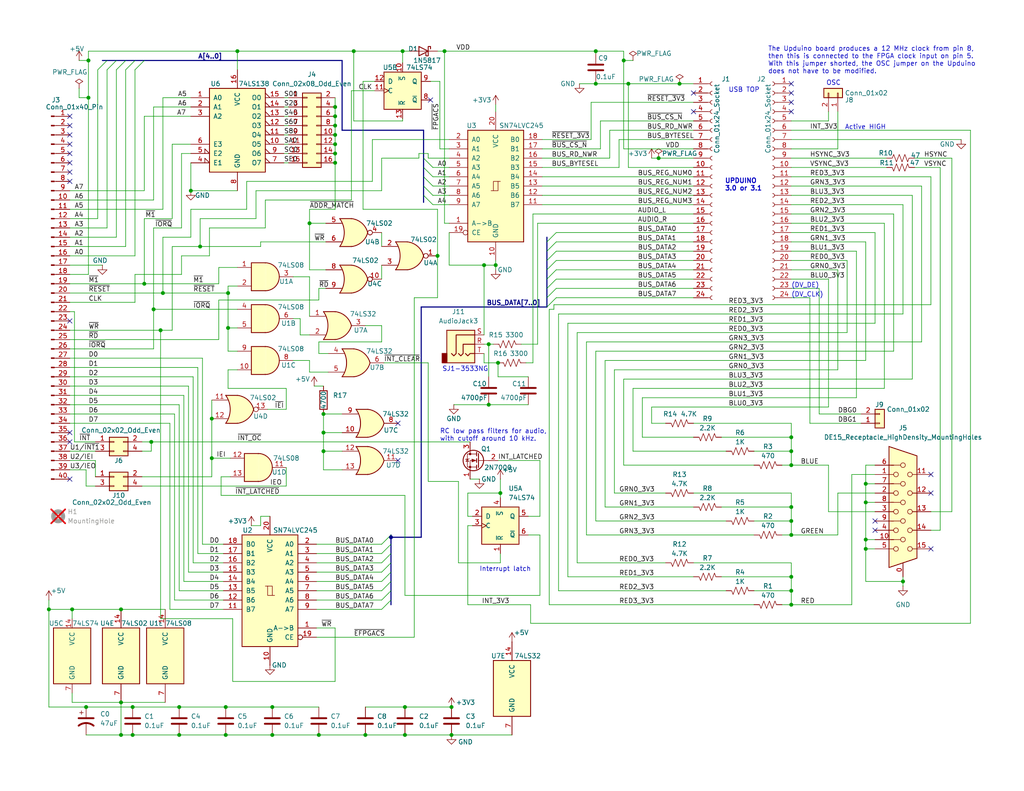
<source format=kicad_sch>
(kicad_sch (version 20231120) (generator "eeschema") (generator_version "8.0")
  (paper "A")
  (title_block (title "XOSERA_RCBUS") (date "2025-04-03") (rev "V1A") (company "© 2025 Rob Gowin. Licensed under CERN-OHL-S-2.0. ") (comment 4 "A Xosera/Upduino host board for RCBUS (40-pin) and RC2014."))
  (junction (at 170.18 16.51))
  (junction (at 52.07 52.07))
  (junction (at 179.705 43.18))
  (junction (at 88.265 123.19))
  (junction (at 215.9 146.05))
  (junction (at 246.38 158.75))
  (junction (at 135.89 99.06))
  (junction (at 43.815 90.17))
  (junction (at 23.495 193.04))
  (junction (at 41.91 84.455))
  (junction (at 96.52 13.97))
  (junction (at 62.23 80.01))
  (junction (at 36.195 193.04))
  (junction (at 135.255 72.39))
  (junction (at 54.61 67.31))
  (junction (at 24.13 26.67))
  (junction (at 110.49 200.66))
  (junction (at 109.855 13.97))
  (junction (at 236.22 137.16))
  (junction (at 91.44 29.21))
  (junction (at 215.9 119.38))
  (junction (at 215.9 127))
  (junction (at 48.895 193.04))
  (junction (at 19.685 166.37))
  (junction (at 57.785 114.3))
  (junction (at 13.335 166.37))
  (junction (at 91.44 41.91))
  (junction (at 110.49 193.04))
  (junction (at 106.68 146.685))
  (junction (at 64.77 13.97))
  (junction (at 24.13 16.51))
  (junction (at 36.195 200.66))
  (junction (at 91.44 39.37))
  (junction (at 57.785 125.095))
  (junction (at 33.02 191.77))
  (junction (at 88.265 113.03))
  (junction (at 185.42 22.86))
  (junction (at 61.595 193.04))
  (junction (at 133.35 93.98))
  (junction (at 236.22 132.08))
  (junction (at 119.38 69.85))
  (junction (at 91.44 31.75))
  (junction (at 33.02 200.66))
  (junction (at 136.525 134.62))
  (junction (at 215.9 161.29))
  (junction (at 132.08 72.39))
  (junction (at 91.44 44.45))
  (junction (at 39.37 77.47))
  (junction (at 62.23 89.535))
  (junction (at 88.265 118.11))
  (junction (at 123.19 193.04))
  (junction (at 162.56 13.97))
  (junction (at 123.19 200.66))
  (junction (at 48.895 200.66))
  (junction (at 74.295 193.04))
  (junction (at 133.35 110.49))
  (junction (at 33.02 166.37))
  (junction (at 236.22 147.32))
  (junction (at 91.44 36.83))
  (junction (at 215.9 165.1))
  (junction (at 84.455 60.96))
  (junction (at 236.22 149.86))
  (junction (at 99.695 200.66))
  (junction (at 121.285 13.97))
  (junction (at 86.995 200.66))
  (junction (at 215.9 142.24))
  (junction (at 61.595 200.66))
  (junction (at 74.295 200.66))
  (junction (at 215.9 123.19))
  (junction (at 41.275 120.65))
  (junction (at 215.9 157.48))
  (junction (at 91.44 34.29))
  (junction (at 171.45 22.86))
  (junction (at 162.56 22.86))
  (junction (at 44.45 80.01))
  (junction (at 215.9 138.43))
  (no_connect (at 19.05 36.83))
  (no_connect (at 238.76 142.24))
  (no_connect (at 254 134.62))
  (no_connect (at 19.05 130.81))
  (no_connect (at 108.585 115.57))
  (no_connect (at 19.05 87.63))
  (no_connect (at 254 129.54))
  (no_connect (at 19.05 34.29))
  (no_connect (at 238.76 144.78))
  (no_connect (at 19.05 120.65))
  (no_connect (at 215.9 27.94))
  (no_connect (at 19.05 46.99))
  (no_connect (at 189.23 25.4))
  (no_connect (at 215.9 30.48))
  (no_connect (at 117.475 27.305))
  (no_connect (at 19.05 49.53))
  (no_connect (at 215.9 25.4))
  (no_connect (at 108.585 125.73))
  (no_connect (at 254 149.86))
  (no_connect (at 215.9 22.86))
  (no_connect (at 19.05 39.37))
  (no_connect (at 19.05 41.91))
  (no_connect (at 189.23 30.48))
  (no_connect (at 19.05 118.11))
  (no_connect (at 19.05 31.75))
  (no_connect (at 19.05 44.45))
  (bus_entry (at 115.57 43.18) (size 2.54 2.54))
  (bus_entry (at 36.83 19.05) (size 2.54 -2.54))
  (bus_entry (at 151.765 78.74) (size -2.54 2.54))
  (bus_entry (at 106.68 156.21) (size -2.54 2.54))
  (bus_entry (at 106.68 163.83) (size -2.54 2.54))
  (bus_entry (at 115.57 53.34) (size 2.54 2.54))
  (bus_entry (at 106.68 161.29) (size -2.54 2.54))
  (bus_entry (at 151.765 76.2) (size -2.54 2.54))
  (bus_entry (at 26.67 19.05) (size 2.54 -2.54))
  (bus_entry (at 115.57 48.26) (size 2.54 2.54))
  (bus_entry (at 31.75 19.05) (size 2.54 -2.54))
  (bus_entry (at 151.765 66.04) (size -2.54 2.54))
  (bus_entry (at 34.29 19.05) (size 2.54 -2.54))
  (bus_entry (at 106.68 151.13) (size -2.54 2.54))
  (bus_entry (at 106.68 153.67) (size -2.54 2.54))
  (bus_entry (at 106.68 146.05) (size -2.54 2.54))
  (bus_entry (at 151.765 81.28) (size -2.54 2.54))
  (bus_entry (at 151.765 68.58) (size -2.54 2.54))
  (bus_entry (at 29.21 19.05) (size 2.54 -2.54))
  (bus_entry (at 151.765 71.12) (size -2.54 2.54))
  (bus_entry (at 106.68 158.75) (size -2.54 2.54))
  (bus_entry (at 151.765 63.5) (size -2.54 2.54))
  (bus_entry (at 151.765 73.66) (size -2.54 2.54))
  (bus_entry (at 115.57 50.8) (size 2.54 2.54))
  (bus_entry (at 115.57 45.72) (size 2.54 2.54))
  (bus_entry (at 106.68 148.59) (size -2.54 2.54))
  (bus (pts (xy 93.345 16.51) (xy 93.345 35.56)))
  (wire (pts (xy 215.9 123.19) (xy 215.9 127)))
  (wire (pts (xy 215.9 48.26) (xy 254 48.26)))
  (wire (pts (xy 48.895 161.29) (xy 60.96 161.29)))
  (wire (pts (xy 84.455 75.565) (xy 84.455 86.36)))
  (wire (pts (xy 232.41 165.1) (xy 232.41 129.54)))
  (wire (pts (xy 238.76 63.5) (xy 238.76 88.265)))
  (bus (pts (xy 115.57 43.18) (xy 115.57 45.72)))
  (wire (pts (xy 89.535 96.52) (xy 86.995 96.52)))
  (wire (pts (xy 86.36 158.75) (xy 104.14 158.75)))
  (wire (pts (xy 21.59 16.51) (xy 24.13 16.51)))
  (wire (pts (xy 62.23 89.535) (xy 62.23 95.885)))
  (wire (pts (xy 151.765 76.2) (xy 189.23 76.2)))
  (wire (pts (xy 121.285 60.96) (xy 121.285 13.97)))
  (wire (pts (xy 215.9 53.34) (xy 248.92 53.34)))
  (wire (pts (xy 147.955 48.26) (xy 189.23 48.26)))
  (wire (pts (xy 147.955 38.1) (xy 161.29 38.1)))
  (wire (pts (xy 233.68 68.58) (xy 233.68 108.585)))
  (wire (pts (xy 161.29 38.1) (xy 161.29 27.94)))
  (wire (pts (xy 162.56 95.885) (xy 162.56 142.24)))
  (bus (pts (xy 106.68 151.13) (xy 106.68 148.59)))
  (wire (pts (xy 80.01 98.425) (xy 84.455 98.425)))
  (wire (pts (xy 215.9 45.72) (xy 241.935 45.72)))
  (wire (pts (xy 157.48 90.805) (xy 231.14 90.805)))
  (wire (pts (xy 19.05 113.03) (xy 47.625 113.03)))
  (wire (pts (xy 226.06 33.02) (xy 226.06 30.48)))
  (wire (pts (xy 114.3 43.18) (xy 114.3 41.91)))
  (wire (pts (xy 95.885 24.765) (xy 95.885 54.61)))
  (wire (pts (xy 46.99 67.31) (xy 46.99 90.17)))
  (wire (pts (xy 104.14 72.39) (xy 104.14 76.2)))
  (wire (pts (xy 41.91 84.455) (xy 64.77 84.455)))
  (wire (pts (xy 236.22 147.32) (xy 236.22 149.86)))
  (wire (pts (xy 47.625 163.83) (xy 60.96 163.83)))
  (wire (pts (xy 39.37 77.47) (xy 59.69 77.47)))
  (wire (pts (xy 24.13 26.67) (xy 24.13 74.93)))
  (bus (pts (xy 93.345 35.56) (xy 115.57 35.56)))
  (wire (pts (xy 170.18 40.64) (xy 189.23 40.64)))
  (wire (pts (xy 71.12 66.04) (xy 88.9 66.04)))
  (wire (pts (xy 71.12 140.97) (xy 73.66 140.97)))
  (wire (pts (xy 147.32 146.05) (xy 147.32 162.56)))
  (wire (pts (xy 31.75 19.05) (xy 31.75 64.77)))
  (wire (pts (xy 215.9 138.43) (xy 215.9 134.62)))
  (bus (pts (xy 106.68 165.1) (xy 106.68 163.83)))
  (wire (pts (xy 264.795 35.56) (xy 264.795 170.18)))
  (wire (pts (xy 51.435 156.21) (xy 60.96 156.21)))
  (wire (pts (xy 71.12 67.31) (xy 71.12 66.04)))
  (wire (pts (xy 59.69 77.47) (xy 59.69 73.025)))
  (wire (pts (xy 39.37 31.75) (xy 39.37 52.07)))
  (wire (pts (xy 91.44 29.21) (xy 91.44 31.75)))
  (wire (pts (xy 54.61 67.31) (xy 71.12 67.31)))
  (wire (pts (xy 175.26 119.38) (xy 175.26 108.585)))
  (wire (pts (xy 19.05 59.69) (xy 26.67 59.69)))
  (wire (pts (xy 77.47 44.45) (xy 78.74 44.45)))
  (wire (pts (xy 147.32 140.97) (xy 144.145 140.97)))
  (wire (pts (xy 52.705 153.67) (xy 60.96 153.67)))
  (wire (pts (xy 77.47 31.75) (xy 78.74 31.75)))
  (wire (pts (xy 246.38 158.75) (xy 246.38 160.02)))
  (wire (pts (xy 19.05 72.39) (xy 27.94 72.39)))
  (wire (pts (xy 215.9 153.67) (xy 189.23 153.67)))
  (wire (pts (xy 44.45 26.67) (xy 44.45 57.15)))
  (wire (pts (xy 215.9 63.5) (xy 238.76 63.5)))
  (bus (pts (xy 115.57 53.34) (xy 115.57 55.245)))
  (wire (pts (xy 43.815 168.91) (xy 63.5 168.91)))
  (wire (pts (xy 123.825 110.49) (xy 133.35 110.49)))
  (wire (pts (xy 86.36 153.67) (xy 104.14 153.67)))
  (wire (pts (xy 60.325 130.175) (xy 60.325 135.255)))
  (wire (pts (xy 77.47 34.29) (xy 78.74 34.29)))
  (wire (pts (xy 60.325 135.255) (xy 110.49 135.255)))
  (wire (pts (xy 215.9 43.18) (xy 241.935 43.18)))
  (wire (pts (xy 19.05 95.25) (xy 41.91 95.25)))
  (wire (pts (xy 52.07 44.45) (xy 52.07 52.07)))
  (wire (pts (xy 246.38 55.88) (xy 246.38 85.725)))
  (bus (pts (xy 106.68 156.21) (xy 106.68 153.67)))
  (wire (pts (xy 68.58 143.51) (xy 71.12 143.51)))
  (wire (pts (xy 154.94 88.265) (xy 154.94 157.48)))
  (wire (pts (xy 19.05 115.57) (xy 46.355 115.57)))
  (wire (pts (xy 144.145 146.05) (xy 147.32 146.05)))
  (wire (pts (xy 215.9 165.1) (xy 232.41 165.1)))
  (wire (pts (xy 120.015 40.64) (xy 120.015 22.225)))
  (wire (pts (xy 152.4 85.725) (xy 152.4 161.29)))
  (wire (pts (xy 236.22 132.08) (xy 238.76 132.08)))
  (wire (pts (xy 110.49 162.56) (xy 110.49 135.255)))
  (wire (pts (xy 104.14 63.5) (xy 104.14 67.31)))
  (wire (pts (xy 21.59 24.13) (xy 21.59 26.67)))
  (wire (pts (xy 86.36 148.59) (xy 104.14 148.59)))
  (wire (pts (xy 158.115 22.86) (xy 162.56 22.86)))
  (wire (pts (xy 172.72 123.19) (xy 198.12 123.19)))
  (wire (pts (xy 175.26 119.38) (xy 189.23 119.38)))
  (wire (pts (xy 259.715 139.7) (xy 254 139.7)))
  (wire (pts (xy 44.45 26.67) (xy 52.07 26.67)))
  (wire (pts (xy 125.095 153.67) (xy 136.525 153.67)))
  (wire (pts (xy 41.91 84.455) (xy 41.91 95.25)))
  (wire (pts (xy 127.635 134.62) (xy 127.635 140.97)))
  (wire (pts (xy 151.765 68.58) (xy 189.23 68.58)))
  (wire (pts (xy 146.685 60.96) (xy 146.685 93.98)))
  (wire (pts (xy 215.9 50.8) (xy 251.46 50.8)))
  (wire (pts (xy 215.9 35.56) (xy 264.795 35.56)))
  (wire (pts (xy 63.5 168.91) (xy 63.5 186.055)))
  (wire (pts (xy 133.35 93.98) (xy 133.35 102.87)))
  (wire (pts (xy 84.455 57.15) (xy 91.44 57.15)))
  (wire (pts (xy 33.02 191.77) (xy 33.02 200.66)))
  (wire (pts (xy 44.45 64.77) (xy 52.07 64.77)))
  (wire (pts (xy 46.99 39.37) (xy 46.99 59.69)))
  (wire (pts (xy 215.9 157.48) (xy 196.85 157.48)))
  (wire (pts (xy 118.11 50.8) (xy 122.555 50.8)))
  (wire (pts (xy 91.44 41.91) (xy 91.44 44.45)))
  (wire (pts (xy 135.255 72.39) (xy 132.08 72.39)))
  (wire (pts (xy 41.275 120.65) (xy 41.275 123.19)))
  (wire (pts (xy 241.3 60.96) (xy 241.3 106.045)))
  (wire (pts (xy 215.9 66.04) (xy 236.22 66.04)))
  (wire (pts (xy 132.08 72.39) (xy 132.08 91.44)))
  (wire (pts (xy 123.19 200.66) (xy 139.7 200.66)))
  (wire (pts (xy 86.36 161.29) (xy 104.14 161.29)))
  (wire (pts (xy 215.9 38.1) (xy 262.255 38.1)))
  (wire (pts (xy 165.1 138.43) (xy 189.23 138.43)))
  (wire (pts (xy 88.265 123.19) (xy 93.345 123.19)))
  (wire (pts (xy 119.38 57.15) (xy 119.38 69.85)))
  (wire (pts (xy 147.32 162.56) (xy 110.49 162.56)))
  (wire (pts (xy 110.49 200.66) (xy 123.19 200.66)))
  (wire (pts (xy 151.765 81.28) (xy 189.23 81.28)))
  (wire (pts (xy 33.02 191.77) (xy 45.085 191.77)))
  (wire (pts (xy 168.91 45.72) (xy 168.91 38.1)))
  (wire (pts (xy 179.705 43.18) (xy 189.23 43.18)))
  (wire (pts (xy 152.4 85.725) (xy 246.38 85.725)))
  (wire (pts (xy 163.83 33.02) (xy 189.23 33.02)))
  (wire (pts (xy 19.05 125.73) (xy 26.035 125.73)))
  (wire (pts (xy 170.18 40.64) (xy 170.18 16.51)))
  (wire (pts (xy 48.895 110.49) (xy 48.895 161.29)))
  (wire (pts (xy 136.525 130.81) (xy 136.525 134.62)))
  (wire (pts (xy 128.27 130.81) (xy 130.81 130.81)))
  (wire (pts (xy 162.56 13.97) (xy 121.285 13.97)))
  (wire (pts (xy 95.885 24.765) (xy 102.235 24.765)))
  (wire (pts (xy 249.555 43.18) (xy 259.715 43.18)))
  (wire (pts (xy 49.53 69.85) (xy 57.15 69.85)))
  (wire (pts (xy 220.98 81.28) (xy 220.98 115.57)))
  (wire (pts (xy 117.475 22.225) (xy 120.015 22.225)))
  (wire (pts (xy 19.05 82.55) (xy 36.83 82.55)))
  (wire (pts (xy 81.915 86.995) (xy 81.915 91.44)))
  (wire (pts (xy 19.05 123.19) (xy 26.035 123.19)))
  (wire (pts (xy 205.74 123.19) (xy 215.9 123.19)))
  (wire (pts (xy 145.415 58.42) (xy 145.415 99.06)))
  (wire (pts (xy 118.11 48.26) (xy 122.555 48.26)))
  (wire (pts (xy 256.54 144.78) (xy 254 144.78)))
  (wire (pts (xy 84.455 101.6) (xy 89.535 101.6)))
  (wire (pts (xy 132.08 96.52) (xy 132.08 99.06)))
  (wire (pts (xy 215.9 123.19) (xy 215.9 119.38)))
  (wire (pts (xy 177.8 115.57) (xy 177.8 111.125)))
  (wire (pts (xy 77.47 29.21) (xy 78.74 29.21)))
  (wire (pts (xy 86.995 96.52) (xy 86.995 93.345)))
  (wire (pts (xy 91.44 39.37) (xy 91.44 41.91)))
  (wire (pts (xy 38.735 120.65) (xy 41.275 120.65)))
  (wire (pts (xy 116.84 43.18) (xy 122.555 43.18)))
  (wire (pts (xy 86.995 200.66) (xy 99.695 200.66)))
  (wire (pts (xy 57.785 114.3) (xy 57.785 125.095)))
  (wire (pts (xy 104.775 99.06) (xy 116.84 99.06)))
  (wire (pts (xy 171.45 45.72) (xy 171.45 22.86)))
  (wire (pts (xy 88.265 118.11) (xy 93.345 118.11)))
  (wire (pts (xy 55.245 148.59) (xy 60.96 148.59)))
  (wire (pts (xy 33.02 200.66) (xy 36.195 200.66)))
  (wire (pts (xy 61.595 193.04) (xy 74.295 193.04)))
  (wire (pts (xy 177.8 111.125) (xy 226.06 111.125)))
  (wire (pts (xy 122.555 40.64) (xy 120.015 40.64)))
  (wire (pts (xy 62.23 106.045) (xy 78.105 106.045)))
  (wire (pts (xy 171.45 22.86) (xy 185.42 22.86)))
  (wire (pts (xy 19.685 166.37) (xy 33.02 166.37)))
  (wire (pts (xy 215.9 127) (xy 213.36 127)))
  (wire (pts (xy 13.335 166.37) (xy 19.685 166.37)))
  (wire (pts (xy 88.265 123.19) (xy 88.265 128.27)))
  (wire (pts (xy 151.765 71.12) (xy 189.23 71.12)))
  (wire (pts (xy 165.1 98.425) (xy 236.22 98.425)))
  (bus (pts (xy 106.68 163.83) (xy 106.68 161.29)))
  (wire (pts (xy 171.45 45.72) (xy 189.23 45.72)))
  (wire (pts (xy 86.995 81.915) (xy 86.995 78.74)))
  (wire (pts (xy 39.37 77.47) (xy 39.37 59.69)))
  (wire (pts (xy 19.05 107.95) (xy 50.165 107.95)))
  (wire (pts (xy 228.6 134.62) (xy 238.76 134.62)))
  (bus (pts (xy 149.225 76.2) (xy 149.225 78.74)))
  (wire (pts (xy 50.165 107.95) (xy 50.165 158.75)))
  (wire (pts (xy 52.07 52.07) (xy 64.77 52.07)))
  (wire (pts (xy 104.14 52.07) (xy 104.14 43.18)))
  (bus (pts (xy 31.75 16.51) (xy 34.29 16.51)))
  (wire (pts (xy 86.36 166.37) (xy 104.14 166.37)))
  (wire (pts (xy 46.355 166.37) (xy 60.96 166.37)))
  (wire (pts (xy 215.9 161.29) (xy 215.9 165.1)))
  (wire (pts (xy 99.06 57.15) (xy 119.38 57.15)))
  (wire (pts (xy 23.495 132.715) (xy 23.495 128.27)))
  (wire (pts (xy 34.29 19.05) (xy 34.29 67.31)))
  (wire (pts (xy 127.635 140.97) (xy 128.905 140.97)))
  (bus (pts (xy 114.935 83.82) (xy 149.225 83.82)))
  (bus (pts (xy 149.225 71.12) (xy 149.225 73.66)))
  (wire (pts (xy 101.6 38.1) (xy 122.555 38.1)))
  (bus (pts (xy 114.935 146.685) (xy 114.935 83.82)))
  (wire (pts (xy 161.29 27.94) (xy 189.23 27.94)))
  (wire (pts (xy 91.44 26.67) (xy 91.44 29.21)))
  (wire (pts (xy 59.69 73.025) (xy 64.77 73.025)))
  (wire (pts (xy 223.52 78.74) (xy 223.52 113.03)))
  (wire (pts (xy 170.18 13.97) (xy 162.56 13.97)))
  (wire (pts (xy 147.955 50.8) (xy 189.23 50.8)))
  (wire (pts (xy 46.99 67.31) (xy 54.61 67.31)))
  (wire (pts (xy 50.165 158.75) (xy 60.96 158.75)))
  (bus (pts (xy 115.57 35.56) (xy 115.57 43.18)))
  (wire (pts (xy 36.195 193.04) (xy 48.895 193.04)))
  (wire (pts (xy 121.285 13.97) (xy 119.38 13.97)))
  (wire (pts (xy 91.44 31.75) (xy 91.44 34.29)))
  (wire (pts (xy 110.49 193.04) (xy 123.19 193.04)))
  (wire (pts (xy 215.9 60.96) (xy 241.3 60.96)))
  (wire (pts (xy 80.01 75.565) (xy 84.455 75.565)))
  (wire (pts (xy 127.635 143.51) (xy 128.905 143.51)))
  (wire (pts (xy 133.35 110.49) (xy 144.145 110.49)))
  (wire (pts (xy 170.18 16.51) (xy 170.18 13.97)))
  (wire (pts (xy 220.98 115.57) (xy 234.95 115.57)))
  (wire (pts (xy 167.64 100.965) (xy 228.6 100.965)))
  (wire (pts (xy 26.035 125.73) (xy 26.035 130.175)))
  (bus (pts (xy 106.68 158.75) (xy 106.68 156.21)))
  (wire (pts (xy 19.05 110.49) (xy 48.895 110.49)))
  (wire (pts (xy 36.195 200.66) (xy 48.895 200.66)))
  (wire (pts (xy 215.9 134.62) (xy 189.23 134.62)))
  (bus (pts (xy 115.57 45.72) (xy 115.57 48.26)))
  (wire (pts (xy 146.685 93.98) (xy 142.24 93.98)))
  (wire (pts (xy 231.14 71.12) (xy 231.14 90.805)))
  (wire (pts (xy 147.955 53.34) (xy 189.23 53.34)))
  (wire (pts (xy 41.91 29.21) (xy 52.07 29.21)))
  (bus (pts (xy 106.68 146.685) (xy 114.935 146.685)))
  (wire (pts (xy 144.78 170.18) (xy 264.795 170.18)))
  (wire (pts (xy 215.9 73.66) (xy 228.6 73.66)))
  (wire (pts (xy 127.635 165.1) (xy 144.78 165.1)))
  (wire (pts (xy 69.85 59.69) (xy 69.85 52.07)))
  (wire (pts (xy 39.37 59.69) (xy 46.99 59.69)))
  (wire (pts (xy 91.44 36.83) (xy 91.44 39.37)))
  (wire (pts (xy 215.9 76.2) (xy 226.06 76.2)))
  (wire (pts (xy 84.455 73.66) (xy 88.9 73.66)))
  (wire (pts (xy 19.05 57.15) (xy 44.45 57.15)))
  (bus (pts (xy 106.68 161.29) (xy 106.68 158.75)))
  (wire (pts (xy 215.9 68.58) (xy 233.68 68.58)))
  (bus (pts (xy 106.68 153.67) (xy 106.68 151.13)))
  (wire (pts (xy 13.335 163.83) (xy 13.335 166.37)))
  (wire (pts (xy 96.52 13.97) (xy 109.855 13.97)))
  (wire (pts (xy 19.05 92.71) (xy 59.69 92.71)))
  (bus (pts (xy 115.57 48.26) (xy 115.57 50.8)))
  (wire (pts (xy 67.31 57.15) (xy 67.31 49.53)))
  (wire (pts (xy 170.18 127) (xy 170.18 103.505)))
  (wire (pts (xy 259.715 43.18) (xy 259.715 139.7)))
  (wire (pts (xy 24.13 13.97) (xy 64.77 13.97)))
  (wire (pts (xy 166.37 35.56) (xy 189.23 35.56)))
  (wire (pts (xy 84.455 60.96) (xy 88.9 60.96)))
  (wire (pts (xy 19.05 100.33) (xy 53.975 100.33)))
  (wire (pts (xy 13.335 166.37) (xy 13.335 193.04)))
  (wire (pts (xy 69.85 52.07) (xy 104.14 52.07)))
  (wire (pts (xy 162.56 142.24) (xy 198.12 142.24)))
  (wire (pts (xy 19.05 54.61) (xy 41.91 54.61)))
  (wire (pts (xy 88.265 118.11) (xy 88.265 123.19)))
  (bus (pts (xy 149.225 66.04) (xy 149.225 68.58)))
  (wire (pts (xy 48.895 193.04) (xy 61.595 193.04)))
  (wire (pts (xy 166.37 35.56) (xy 166.37 43.18)))
  (wire (pts (xy 226.06 139.7) (xy 238.76 139.7)))
  (wire (pts (xy 29.21 19.05) (xy 29.21 62.23)))
  (wire (pts (xy 63.5 186.055) (xy 91.44 186.055)))
  (wire (pts (xy 38.735 132.715) (xy 78.105 132.715)))
  (wire (pts (xy 226.06 76.2) (xy 226.06 111.125)))
  (wire (pts (xy 116.84 41.91) (xy 116.84 43.18)))
  (wire (pts (xy 149.86 84.455) (xy 149.86 165.1)))
  (wire (pts (xy 88.265 113.03) (xy 93.345 113.03)))
  (wire (pts (xy 236.22 132.08) (xy 236.22 137.16)))
  (wire (pts (xy 86.36 156.21) (xy 104.14 156.21)))
  (wire (pts (xy 228.6 146.05) (xy 228.6 134.62)))
  (wire (pts (xy 113.03 81.28) (xy 113.03 173.99)))
  (wire (pts (xy 62.23 89.535) (xy 64.77 89.535)))
  (wire (pts (xy 62.23 100.965) (xy 62.23 106.045)))
  (wire (pts (xy 88.265 128.27) (xy 93.345 128.27)))
  (wire (pts (xy 147.955 55.88) (xy 189.23 55.88)))
  (bus (pts (xy 27.94 16.51) (xy 29.21 16.51)))
  (wire (pts (xy 62.23 95.885) (xy 64.77 95.885)))
  (wire (pts (xy 54.61 67.31) (xy 54.61 59.69)))
  (wire (pts (xy 215.9 146.05) (xy 213.36 146.05)))
  (wire (pts (xy 64.77 13.97) (xy 96.52 13.97)))
  (wire (pts (xy 122.555 72.39) (xy 122.555 63.5)))
  (wire (pts (xy 86.36 163.83) (xy 104.14 163.83)))
  (wire (pts (xy 77.47 36.83) (xy 78.74 36.83)))
  (wire (pts (xy 36.83 82.55) (xy 36.83 74.93)))
  (wire (pts (xy 85.725 105.41) (xy 88.265 105.41)))
  (wire (pts (xy 248.92 53.34) (xy 248.92 103.505)))
  (wire (pts (xy 223.52 113.03) (xy 234.95 113.03)))
  (wire (pts (xy 151.765 73.66) (xy 189.23 73.66)))
  (wire (pts (xy 121.285 60.96) (xy 122.555 60.96)))
  (wire (pts (xy 114.3 41.91) (xy 116.84 41.91)))
  (bus (pts (xy 106.68 148.59) (xy 106.68 146.685)))
  (wire (pts (xy 36.83 19.05) (xy 36.83 69.85)))
  (wire (pts (xy 151.13 83.185) (xy 254 83.185)))
  (wire (pts (xy 86.36 173.99) (xy 113.03 173.99)))
  (wire (pts (xy 24.13 26.67) (xy 21.59 26.67)))
  (wire (pts (xy 236.22 137.16) (xy 236.22 147.32)))
  (wire (pts (xy 57.785 109.22) (xy 57.785 114.3)))
  (wire (pts (xy 162.56 13.97) (xy 162.56 14.605)))
  (wire (pts (xy 154.94 88.265) (xy 238.76 88.265)))
  (wire (pts (xy 19.05 77.47) (xy 39.37 77.47)))
  (wire (pts (xy 91.44 171.45) (xy 91.44 186.055)))
  (wire (pts (xy 215.9 165.1) (xy 213.36 165.1)))
  (wire (pts (xy 62.23 80.01) (xy 62.23 89.535)))
  (wire (pts (xy 109.855 33.02) (xy 109.855 32.385)))
  (wire (pts (xy 54.61 59.69) (xy 69.85 59.69)))
  (wire (pts (xy 215.9 40.64) (xy 228.6 40.64)))
  (wire (pts (xy 113.03 81.28) (xy 119.38 81.28)))
  (wire (pts (xy 135.255 72.39) (xy 135.255 73.66)))
  (wire (pts (xy 84.455 60.96) (xy 84.455 73.66)))
  (wire (pts (xy 46.99 39.37) (xy 52.07 39.37)))
  (wire (pts (xy 64.77 13.97) (xy 64.77 19.05)))
  (wire (pts (xy 19.685 189.23) (xy 19.685 191.77)))
  (wire (pts (xy 72.39 54.61) (xy 95.885 54.61)))
  (wire (pts (xy 44.45 80.01) (xy 62.23 80.01)))
  (wire (pts (xy 136.525 153.67) (xy 136.525 151.13)))
  (wire (pts (xy 86.995 93.345) (xy 104.14 93.345)))
  (bus (pts (xy 106.68 146.685) (xy 106.68 146.05)))
  (wire (pts (xy 151.13 84.455) (xy 151.13 83.185)))
  (wire (pts (xy 109.855 13.97) (xy 109.855 17.145)))
  (wire (pts (xy 151.765 78.74) (xy 189.23 78.74)))
  (wire (pts (xy 236.22 149.86) (xy 238.76 149.86)))
  (wire (pts (xy 99.06 22.225) (xy 99.06 57.15)))
  (wire (pts (xy 53.975 100.33) (xy 53.975 151.13)))
  (wire (pts (xy 57.15 69.85) (xy 57.15 62.23)))
  (wire (pts (xy 43.815 90.17) (xy 43.815 168.91)))
  (wire (pts (xy 53.975 151.13) (xy 60.96 151.13)))
  (wire (pts (xy 55.245 97.79) (xy 55.245 148.59)))
  (wire (pts (xy 145.415 99.06) (xy 143.51 99.06)))
  (wire (pts (xy 133.35 93.98) (xy 134.62 93.98)))
  (wire (pts (xy 144.78 165.1) (xy 144.78 170.18)))
  (wire (pts (xy 111.76 13.97) (xy 109.855 13.97)))
  (wire (pts (xy 84.455 57.15) (xy 84.455 60.96)))
  (wire (pts (xy 147.955 45.72) (xy 168.91 45.72)))
  (wire (pts (xy 256.54 45.72) (xy 256.54 144.78)))
  (wire (pts (xy 157.48 153.67) (xy 157.48 90.805)))
  (wire (pts (xy 104.14 43.18) (xy 114.3 43.18)))
  (wire (pts (xy 19.05 52.07) (xy 39.37 52.07)))
  (wire (pts (xy 19.05 80.01) (xy 44.45 80.01)))
  (wire (pts (xy 160.02 146.05) (xy 205.74 146.05)))
  (wire (pts (xy 160.02 93.345) (xy 160.02 146.05)))
  (wire (pts (xy 36.83 74.93) (xy 49.53 74.93)))
  (wire (pts (xy 81.915 91.44) (xy 84.455 91.44)))
  (wire (pts (xy 19.05 90.17) (xy 43.815 90.17)))
  (bus (pts (xy 36.83 16.51) (xy 39.37 16.51)))
  (wire (pts (xy 57.785 125.095) (xy 62.865 125.095)))
  (bus (pts (xy 39.37 16.51) (xy 93.345 16.51)))
  (wire (pts (xy 19.05 69.85) (xy 36.83 69.85)))
  (wire (pts (xy 57.785 125.095) (xy 57.785 130.175)))
  (wire (pts (xy 146.685 60.96) (xy 189.23 60.96)))
  (bus (pts (xy 29.21 16.51) (xy 31.75 16.51)))
  (wire (pts (xy 172.72 106.045) (xy 241.3 106.045)))
  (wire (pts (xy 26.035 132.715) (xy 23.495 132.715)))
  (wire (pts (xy 228.6 73.66) (xy 228.6 100.965)))
  (wire (pts (xy 162.56 95.885) (xy 243.84 95.885)))
  (wire (pts (xy 88.265 113.03) (xy 88.265 118.11)))
  (wire (pts (xy 24.13 13.97) (xy 24.13 16.51)))
  (wire (pts (xy 135.89 125.73) (xy 147.32 125.73)))
  (bus (pts (xy 149.225 78.74) (xy 149.225 81.28)))
  (wire (pts (xy 236.22 147.32) (xy 238.76 147.32)))
  (wire (pts (xy 215.9 119.38) (xy 196.85 119.38)))
  (wire (pts (xy 46.355 115.57) (xy 46.355 166.37)))
  (wire (pts (xy 215.9 81.28) (xy 220.98 81.28)))
  (wire (pts (xy 215.9 33.02) (xy 226.06 33.02)))
  (wire (pts (xy 127.635 143.51) (xy 127.635 165.1)))
  (wire (pts (xy 118.11 45.72) (xy 122.555 45.72)))
  (wire (pts (xy 81.915 86.995) (xy 80.01 86.995)))
  (bus (pts (xy 115.57 50.8) (xy 115.57 53.34)))
  (wire (pts (xy 236.22 149.86) (xy 236.22 158.75)))
  (bus (pts (xy 34.29 16.51) (xy 36.83 16.51)))
  (wire (pts (xy 19.05 128.27) (xy 23.495 128.27)))
  (wire (pts (xy 59.69 81.915) (xy 86.995 81.915)))
  (wire (pts (xy 132.08 93.98) (xy 133.35 93.98)))
  (wire (pts (xy 147.955 40.64) (xy 163.83 40.64)))
  (wire (pts (xy 215.9 142.24) (xy 215.9 138.43)))
  (wire (pts (xy 228.6 40.64) (xy 228.6 30.48)))
  (wire (pts (xy 19.05 62.23) (xy 29.21 62.23)))
  (wire (pts (xy 157.48 153.67) (xy 181.61 153.67)))
  (wire (pts (xy 26.67 19.05) (xy 26.67 59.69)))
  (wire (pts (xy 62.23 78.105) (xy 64.77 78.105)))
  (wire (pts (xy 162.56 22.86) (xy 171.45 22.86)))
  (wire (pts (xy 19.05 97.79) (xy 55.245 97.79)))
  (wire (pts (xy 19.685 191.77) (xy 33.02 191.77)))
  (wire (pts (xy 72.39 62.23) (xy 72.39 54.61)))
  (wire (pts (xy 74.295 200.66) (xy 86.995 200.66)))
  (wire (pts (xy 119.38 69.85) (xy 119.38 81.28)))
  (wire (pts (xy 99.695 88.9) (xy 104.14 88.9)))
  (wire (pts (xy 185.42 22.86) (xy 189.23 22.86)))
  (wire (pts (xy 78.105 132.715) (xy 78.105 127.635)))
  (wire (pts (xy 49.53 69.85) (xy 49.53 74.93)))
  (wire (pts (xy 167.64 100.965) (xy 167.64 134.62)))
  (wire (pts (xy 52.07 64.77) (xy 52.07 57.15)))
  (wire (pts (xy 118.11 55.88) (xy 122.555 55.88)))
  (wire (pts (xy 19.05 64.77) (xy 31.75 64.77)))
  (wire (pts (xy 47.625 113.03) (xy 47.625 163.83)))
  (wire (pts (xy 151.765 63.5) (xy 189.23 63.5)))
  (wire (pts (xy 96.52 13.97) (xy 96.52 33.02)))
  (wire (pts (xy 43.815 90.17) (xy 46.99 90.17)))
  (wire (pts (xy 125.095 131.445) (xy 116.84 131.445)))
  (wire (pts (xy 62.23 100.965) (xy 64.77 100.965)))
  (wire (pts (xy 135.255 71.12) (xy 135.255 72.39)))
  (wire (pts (xy 147.955 43.18) (xy 166.37 43.18)))
  (wire (pts (xy 135.89 99.06) (xy 135.89 102.87)))
  (wire (pts (xy 84.455 98.425) (xy 84.455 101.6)))
  (wire (pts (xy 215.9 78.74) (xy 223.52 78.74)))
  (wire (pts (xy 215.9 115.57) (xy 189.23 115.57)))
  (wire (pts (xy 125.095 131.445) (xy 125.095 153.67)))
  (wire (pts (xy 77.47 26.67) (xy 78.74 26.67)))
  (wire (pts (xy 78.105 106.045) (xy 78.105 111.76)))
  (wire (pts (xy 60.325 130.175) (xy 62.865 130.175)))
  (wire (pts (xy 49.53 41.91) (xy 52.07 41.91)))
  (wire (pts (xy 231.14 71.12) (xy 215.9 71.12)))
  (wire (pts (xy 13.335 193.04) (xy 23.495 193.04)))
  (bus (pts (xy 149.225 64.77) (xy 149.225 66.04)))
  (wire (pts (xy 170.18 127) (xy 205.74 127)))
  (wire (pts (xy 38.735 130.175) (xy 57.785 130.175)))
  (wire (pts (xy 33.02 166.37) (xy 45.085 166.37)))
  (wire (pts (xy 67.31 49.53) (xy 101.6 49.53)))
  (wire (pts (xy 154.94 157.48) (xy 189.23 157.48)))
  (wire (pts (xy 238.76 127) (xy 236.22 127)))
  (wire (pts (xy 41.275 120.65) (xy 128.27 120.65)))
  (wire (pts (xy 254 48.26) (xy 254 83.185)))
  (wire (pts (xy 44.45 80.01) (xy 44.45 64.77)))
  (wire (pts (xy 41.91 62.23) (xy 49.53 62.23)))
  (wire (pts (xy 232.41 129.54) (xy 238.76 129.54)))
  (wire (pts (xy 165.1 98.425) (xy 165.1 138.43)))
  (wire (pts (xy 61.595 200.66) (xy 74.295 200.66)))
  (wire (pts (xy 38.735 123.19) (xy 41.275 123.19)))
  (wire (pts (xy 236.22 127) (xy 236.22 132.08)))
  (wire (pts (xy 167.64 134.62) (xy 181.61 134.62)))
  (wire (pts (xy 135.255 28.575) (xy 135.255 30.48)))
  (wire (pts (xy 51.435 105.41) (xy 51.435 156.21)))
  (wire (pts (xy 147.32 125.73) (xy 147.32 140.97)))
  (wire (pts (xy 39.37 31.75) (xy 52.07 31.75)))
  (wire (pts (xy 73.025 111.76) (xy 78.105 111.76)))
  (wire (pts (xy 86.36 171.45) (xy 91.44 171.45)))
  (wire (pts (xy 24.13 16.51) (xy 24.13 26.67)))
  (wire (pts (xy 135.89 102.87) (xy 144.145 102.87)))
  (wire (pts (xy 215.9 58.42) (xy 243.84 58.42)))
  (wire (pts (xy 172.72 123.19) (xy 172.72 106.045)))
  (wire (pts (xy 20.32 120.65) (xy 26.035 120.65)))
  (wire (pts (xy 41.91 62.23) (xy 41.91 84.455)))
  (wire (pts (xy 20.32 85.09) (xy 20.32 120.65)))
  (wire (pts (xy 116.84 99.06) (xy 116.84 131.445)))
  (wire (pts (xy 104.14 88.9) (xy 104.14 93.345)))
  (wire (pts (xy 99.06 22.225) (xy 102.235 22.225)))
  (wire (pts (xy 48.895 200.66) (xy 61.595 200.66)))
  (wire (pts (xy 215.9 127) (xy 226.06 127)))
  (wire (pts (xy 215.9 161.29) (xy 215.9 157.48)))
  (wire (pts (xy 57.15 62.23) (xy 72.39 62.23)))
  (bus (pts (xy 149.225 73.66) (xy 149.225 76.2)))
  (bus (pts (xy 149.225 81.28) (xy 149.225 83.82)))
  (wire (pts (xy 19.05 67.31) (xy 34.29 67.31)))
  (wire (pts (xy 236.22 137.16) (xy 238.76 137.16)))
  (wire (pts (xy 86.995 78.74) (xy 88.9 78.74)))
  (wire (pts (xy 23.495 193.04) (xy 36.195 193.04)))
  (wire (pts (xy 62.23 78.105) (xy 62.23 80.01)))
  (wire (pts (xy 74.295 193.04) (xy 86.995 193.04)))
  (wire (pts (xy 236.22 158.75) (xy 246.38 158.75)))
  (wire (pts (xy 71.12 143.51) (xy 71.12 140.97)))
  (wire (pts (xy 163.83 40.64) (xy 163.83 33.02)))
  (wire (pts (xy 122.555 72.39) (xy 132.08 72.39)))
  (wire (pts (xy 91.44 44.45) (xy 91.44 57.15)))
  (wire (pts (xy 132.08 99.06) (xy 135.89 99.06)))
  (wire (pts (xy 246.38 157.48) (xy 246.38 158.75)))
  (wire (pts (xy 162.56 22.225) (xy 162.56 22.86)))
  (wire (pts (xy 205.74 142.24) (xy 215.9 142.24)))
  (wire (pts (xy 149.86 165.1) (xy 205.74 165.1)))
  (wire (pts (xy 170.18 16.51) (xy 172.72 16.51)))
  (wire (pts (xy 215.9 55.88) (xy 246.38 55.88)))
  (wire (pts (xy 52.705 102.87) (xy 52.705 153.67)))
  (wire (pts (xy 49.53 41.91) (xy 49.53 62.23)))
  (wire (pts (xy 177.8 115.57) (xy 181.61 115.57)))
  (wire (pts (xy 99.695 193.04) (xy 110.49 193.04)))
  (wire (pts (xy 236.22 98.425) (xy 236.22 66.04)))
  (wire (pts (xy 101.6 49.53) (xy 101.6 38.1)))
  (wire (pts (xy 243.84 58.42) (xy 243.84 95.885)))
  (wire (pts (xy 19.05 102.87) (xy 52.705 102.87)))
  (wire (pts (xy 52.07 57.15) (xy 67.31 57.15)))
  (wire (pts (xy 77.47 39.37) (xy 78.74 39.37)))
  (bus (pts (xy 149.225 68.58) (xy 149.225 71.12)))
  (wire (pts (xy 152.4 161.29) (xy 198.12 161.29)))
  (wire (pts (xy 175.26 108.585) (xy 233.68 108.585)))
  (wire (pts (xy 136.525 134.62) (xy 127.635 134.62)))
  (wire (pts (xy 145.415 58.42) (xy 189.23 58.42)))
  (wire (pts (xy 77.47 41.91) (xy 78.74 41.91)))
  (wire (pts (xy 23.495 200.66) (xy 33.02 200.66)))
  (wire (pts (xy 160.02 93.345) (xy 251.46 93.345)))
  (wire (pts (xy 136.525 134.62) (xy 136.525 135.89)))
  (wire (pts (xy 205.74 161.29) (xy 215.9 161.29)))
  (wire (pts (xy 96.52 33.02) (xy 109.855 33.02)))
  (wire (pts (xy 41.91 29.21) (xy 41.91 54.61)))
  (wire (pts (xy 168.91 38.1) (xy 189.23 38.1)))
  (wire (pts (xy 170.18 103.505) (xy 248.92 103.505)))
  (wire (pts (xy 251.46 50.8) (xy 251.46 93.345)))
  (wire (pts (xy 19.685 168.91) (xy 19.685 166.37)))
  (wire (pts (xy 215.9 119.38) (xy 215.9 115.57)))
  (wire (pts (xy 59.69 81.915) (xy 59.69 92.71)))
  (wire (pts (xy 215.9 138.43) (xy 196.85 138.43)))
  (wire (pts (xy 99.695 200.66) (xy 110.49 200.66)))
  (wire (pts (xy 226.06 127) (xy 226.06 139.7)))
  (wire (pts (xy 215.9 146.05) (xy 228.6 146.05)))
  (wire (pts (xy 215.9 157.48) (xy 215.9 153.67)))
  (wire (pts (xy 19.05 105.41) (xy 51.435 105.41)))
  (wire (pts (xy 249.555 45.72) (xy 256.54 45.72)))
  (wire (pts (xy 19.05 74.93) (xy 24.13 74.93)))
  (wire (pts (xy 86.36 151.13) (xy 104.14 151.13)))
  (wire (pts (xy 118.11 53.34) (xy 122.555 53.34)))
  (wire (pts (xy 177.8 43.18) (xy 179.705 43.18)))
  (wire (pts (xy 91.44 34.29) (xy 91.44 36.83)))
  (wire (pts (xy 151.765 66.04) (xy 189.23 66.04)))
  (wire (pts (xy 19.05 85.09) (xy 20.32 85.09)))
  (wire (pts (xy 215.9 142.24) (xy 215.9 146.05)))
  (wire (pts (xy 149.86 84.455) (xy 151.13 84.455)))
  (text "USB TOP" (at 198.755 25.4 0) (effects (font (size 1.27 1.27)) (justify left bottom)))
  (text "(DV_DE)" (at 215.9 78.74 0) (effects (font (size 1.27 1.27)) (justify left bottom)))
  (text "Interrupt latch" (at 130.81 156.21 0) (effects (font (size 1.27 1.27)) (justify left bottom)))
  (text "(DV_CLK)" (at 215.9 81.28 0) (effects (font (size 1.27 1.27)) (justify left bottom)))
  (text "RC low pass filters for audio,\nwith cutoff around 10 kHz." (at 120.015 120.65 0) (effects (font (size 1.27 1.27)) (justify left bottom)))
  (text "UPDUINO\n3.0 or 3.1" (at 197.739 52.324 0) (effects (font (size 1.27 1.27) (thickness 0.254) (bold yes)) (justify left bottom)))
  (text "Active HIGH" (at 230.505 35.56 0) (effects (font (size 1.27 1.27)) (justify left bottom)))
  (text "OSC" (at 225.425 23.495 0) (effects (font (size 1.27 1.27)) (justify left bottom)))
  (text "SJ1-3533NG" (at 120.65 101.6 0) (effects (font (size 1.27 1.27)) (justify left bottom)))
  (text "The Upduino board produces a 12 MHz clock from pin 8,\nthen this is connected to the FPGA clock input on pin 5.\nWith this jumper shorted, the OSC jumper on the Upduino\ndoes not have to be modified." (at 209.55 20.32 0) (effects (font (size 1.27 1.27)) (justify left bottom)))
  (label "~{WR}" (at 87.63 171.45 0))
  (label "BUS_DATA4" (at 173.99 73.66 0))
  (label "A0" (at 20.32 69.85 0))
  (label "D3" (at 57.15 156.21 0))
  (label "BUS_DATA1" (at 173.99 66.04 0))
  (label "D2" (at 57.15 153.67 0))
  (label "D7" (at 57.15 166.37 0))
  (label "~{RD}" (at 86.995 78.74 0))
  (label "D6" (at 24.13 113.03 0))
  (label "~{BUS_CS_N}" (at 176.53 33.02 0))
  (label "BLU2_3V3" (at 198.755 106.045 0))
  (label "GRN1_3V3" (at 198.755 98.425 0))
  (label "~{IORQ}" (at 52.705 84.455 0))
  (label "BLU2_3V3" (at 220.98 60.96 0))
  (label "BLU0_3V3" (at 220.98 76.2 0))
  (label "~{RESET_3V3}" (at 176.53 27.94 0))
  (label "D7" (at 24.13 115.57 0))
  (label "D3" (at 24.13 105.41 0))
  (label "A2" (at 20.32 64.77 0))
  (label "RED1_3V3" (at 198.755 88.265 0))
  (label "D1" (at 57.15 151.13 0))
  (label "A6" (at 48.514 29.21 0))
  (label "~{M1}" (at 24.13 77.47 0))
  (label "GRN3_3V3" (at 198.755 93.345 0))
  (label "BUS_REG_NUM3" (at 173.99 55.88 0))
  (label "GRN2_3V3" (at 198.755 95.885 0))
  (label "BUS_DATA[7..0]" (at 132.715 83.82 0) (effects (font (thickness 0.254) (bold yes))))
  (label "A2" (at 119.38 50.8 0))
  (label "~{IEI}" (at 74.93 111.76 0))
  (label "~{RESET_3V3}" (at 150.495 38.1 0))
  (label "BLU3_3V3" (at 220.98 53.34 0))
  (label "S80" (at 77.47 36.83 0))
  (label "~{IORQ}" (at 24.13 95.25 0))
  (label "A0" (at 119.38 45.72 0))
  (label "BUS_RD_NWR" (at 150.495 43.18 0))
  (label "~{IORQ}" (at 42.291 62.23 0))
  (label "~{RD}" (at 24.13 92.71 0))
  (label "~{ADDR_MATCH}" (at 84.455 57.15 0))
  (label "RED2_3V3" (at 198.755 85.725 0))
  (label "RED1_3V3" (at 220.98 63.5 0))
  (label "~{FPGACS}" (at 120.015 35.56 90))
  (label "RED" (at 218.44 165.1 0))
  (label "GRN2_3V3" (at 168.91 142.24 0))
  (label "D1" (at 24.13 100.33 0))
  (label "~{RESET}" (at 24.13 80.01 0))
  (label "INT_LATCHED" (at 135.89 125.73 0))
  (label "IEI" (at 59.055 125.095 0))
  (label "RED0_3V3" (at 220.98 71.12 0))
  (label "U3{slash}IEO" (at 19.05 128.27 0))
  (label "D2" (at 24.13 102.87 0))
  (label "RED1_3V3" (at 168.91 157.48 0))
  (label "~{INT_CLEAR}" (at 104.775 99.06 0))
  (label "A4" (at 20.32 59.69 0))
  (label "D5" (at 57.15 161.29 0))
  (label "D4" (at 57.15 158.75 0))
  (label "HSYNC_3V3" (at 220.98 43.18 0))
  (label "AUDIO_L" (at 173.99 58.42 0))
  (label "GRN0_3V3" (at 168.91 134.62 0))
  (label "D0" (at 57.15 148.59 0))
  (label "RED2_3V3" (at 168.91 161.29 0))
  (label "BLUE" (at 218.44 127 0))
  (label "~{WR}" (at 85.725 66.04 0))
  (label "D0" (at 24.13 97.79 0))
  (label "~{RESET}" (at 52.705 80.01 0))
  (label "IEO" (at 73.66 132.715 0))
  (label "~{INT_OC}" (at 64.77 120.65 0))
  (label "BUS_REG_NUM0" (at 173.99 48.26 0))
  (label "BUS_DATA0" (at 91.44 148.59 0))
  (label "A1" (at 119.38 48.26 0))
  (label "D5" (at 24.13 110.49 0))
  (label "DBG1" (at 228.6 115.57 0))
  (label "A7" (at 48.26 31.75 0))
  (label "~{INT_LATCHED}" (at 64.135 135.255 0))
  (label "BUS_DATA6" (at 91.44 163.83 0))
  (label "CLK" (at 97.79 24.765 0))
  (label "~{INT}" (at 21.59 120.65 0))
  (label "CLK" (at 24.13 82.55 0))
  (label "VDD" (at 124.46 13.97 0))
  (label "RED0_3V3" (at 198.755 90.805 0))
  (label "DBG0" (at 228.6 113.03 0))
  (label "D4" (at 24.13 107.95 0))
  (label "BUS_DATA5" (at 173.99 76.2 0))
  (label "A6" (at 20.32 54.61 0))
  (label "SA0" (at 77.47 39.37 0))
  (label "D6" (at 57.15 163.83 0))
  (label "BUS_DATA3" (at 173.99 71.12 0))
  (label "INT_3V3" (at 131.445 165.1 0))
  (label "BLU1_3V3" (at 198.755 108.585 0))
  (label "U1{slash}~{INT1}" (at 19.05 123.19 0))
  (label "GRN3_3V3" (at 168.91 146.05 0))
  (label "INT_3V3" (at 220.98 35.56 0))
  (label "BUS_DATA2" (at 173.99 68.58 0))
  (label "A[4..0]" (at 53.975 16.51 0) (effects (font (thickness 0.254) (bold yes))))
  (label "BUS_DATA7" (at 91.44 166.37 0))
  (label "A1" (at 20.32 67.31 0))
  (label "BUS_RD_NWR" (at 176.53 35.56 0))
  (label "~{WR}" (at 24.13 90.17 0))
  (label "S60" (at 77.47 34.29 0))
  (label "BUS_DATA4" (at 91.44 158.75 0))
  (label "BLU0_3V3" (at 198.755 111.125 0))
  (label "BUS_DATA1" (at 91.44 151.13 0))
  (label "~{M1}" (at 52.705 77.47 0))
  (label "A7" (at 20.32 52.07 0))
  (label "AUDIO_R" (at 173.99 60.96 0))
  (label "GRN3_3V3" (at 220.98 50.8 0))
  (label "GRN1_3V3" (at 220.98 66.04 0))
  (label "GRN0_3V3" (at 220.98 73.66 0))
  (label "VSYNC_3V3" (at 220.98 45.72 0))
  (label "BUS_DATA7" (at 173.99 81.28 0))
  (label "RED3_3V3" (at 168.91 165.1 0))
  (label "BUS_BYTESEL" (at 150.495 45.72 0))
  (label "VSYNC" (at 252.095 45.72 0))
  (label "S00" (at 77.47 26.67 0))
  (label "SC0" (at 77.47 41.91 0))
  (label "BUS_DATA0" (at 173.99 63.5 0))
  (label "BUS_REG_NUM1" (at 173.99 50.8 0))
  (label "~{EFPGACS}" (at 96.52 173.99 0))
  (label "BUS_BYTESEL" (at 176.53 38.1 0))
  (label "~{BUS_CS_N}" (at 150.495 40.64 0))
  (label "~{M1}" (at 39.624 59.69 0))
  (label "A5" (at 48.514 26.67 0))
  (label "RED0_3V3" (at 168.91 153.67 0))
  (label "GRN2_3V3" (at 220.98 58.42 0))
  (label "BLU3_3V3" (at 198.755 103.505 0))
  (label "A3" (at 20.32 62.23 0))
  (label "VDD" (at 181.61 40.64 0))
  (label "A5" (at 20.32 57.15 0))
  (label "A4" (at 119.38 55.88 0))
  (label "BUS_REG_NUM2" (at 173.99 53.34 0))
  (label "S20" (at 77.47 29.21 0))
  (label "SE0" (at 77.47 44.45 0))
  (label "BUS_DATA6" (at 173.99 78.74 0))
  (label "RED2_3V3" (at 220.98 55.88 0))
  (label "A3" (at 119.38 53.34 0))
  (label "GRN0_3V3" (at 198.755 100.965 0))
  (label "S40" (at 77.47 31.75 0))
  (label "RED3_3V3" (at 220.98 48.26 0))
  (label "BUS_DATA5" (at 91.44 161.29 0))
  (label "RED3_3V3" (at 198.755 83.185 0))
  (label "GRN1_3V3" (at 168.91 138.43 0))
  (label "BUS_DATA3" (at 91.44 156.21 0))
  (label "BLU1_3V3" (at 220.98 68.58 0))
  (label "U2{slash}IEI" (at 19.05 125.73 0))
  (label "BUS_DATA2" (at 91.44 153.67 0))
  (label "GREEN" (at 218.44 146.05 0))
  (label "HSYNC" (at 252.095 43.18 0))
  (symbol (lib_id "power:GND") (at 130.81 130.81 0) (unit 1)
    (property "Reference" "#PWR010" (effects (hide yes)))
    (property "Value" "GND" (at 133.35 130.81 0))
    (property "Description" "Power symbol creates a global label with name \"GND\" , ground" (effects (hide yes)))
  )
  (symbol (lib_id "power:GND") (at 52.07 52.07 0) (unit 1)
    (property "Reference" "#PWR012" (effects (hide yes)))
    (property "Value" "GND" (at 55.245 53.34 0))
    (property "Description" "Power symbol creates a global label with name \"GND\" , ground" (effects (hide yes)))
  )
  (symbol (lib_id "Device:C") (at 162.56 18.415 0) (unit 1)
    (property "Reference" "C9" (at 163.195 15.875 0) (effects (justify left)))
    (property "Value" "0.1uF" (at 162.56 20.955 0) (effects (justify left)))
    (property "Footprint" "Capacitor_THT:C_Rect_L7.0mm_W2.0mm_P5.00mm" (effects (hide yes)))
    (property "Description" "0.1 uF, MLCC, 5 mm Pitch" (effects (hide yes)))
    (property "PartNum00" "594-K104K15X7RF5TH5" (effects (hide yes)))
    (property "PartVendor00" "Mouser" (effects (hide yes)))
    (property "Component Type" "Capacitor" (effects (hide yes)))
  )
  (symbol (lib_id "74xx:74LS32") (at 139.7 187.96 0) (unit 5)
    (property "Reference" "U7" (at 133.985 179.07 0) (effects (justify left)))
    (property "Value" "74LS32" (at 140.335 179.07 0) (effects (justify left)))
    (property "Footprint" "Package_DIP:DIP-14_W7.62mm_Socket_LongPads" (effects (hide yes)))
    (property "Datasheet" "http://www.ti.com/lit/gpn/sn74LS32" (effects (hide yes)))
    (property "Description" "74LS32 quad 2-pin OR in 14-pin DIP" (effects (hide yes)))
    (property "PartNum00" "595-SN74LS32N" (effects (hide yes)))
    (property "PartVendor00" "Mouser" (effects (hide yes)))
    (property "Component Type" "Integrated Circuit" (effects (hide yes)))
    (property "PartNum01" "571-1-2199298-3" (effects (hide yes)))
    (property "PartVendor01" "Mouser" (effects (hide yes)))
  )
  (symbol (lib_id "Device:R_US") (at 209.55 146.05 270) (mirror x) (unit 1)
    (property "Reference" "R2" (at 209.55 140.97 90))
    (property "Value" "470" (at 209.55 143.51 90))
    (property "Footprint" "Resistor_THT:R_Axial_DIN0207_L6.3mm_D2.5mm_P10.16mm_Horizontal" (effects (hide yes)))
    (property "Description" "470 ohm, axial, 1% tolerance, 1/4 W" (effects (hide yes)))
    (property "PartNum00" "603-MFR-25FTF52-470R" (effects (hide yes)))
    (property "PartVendor00" "Mouser" (effects (hide yes)))
    (property "Component Type" "Resistor" (effects (hide yes)))
  )
  (symbol (lib_id "Device:R_US") (at 138.43 93.98 270) (mirror x) (unit 1)
    (property "Reference" "R15" (at 135.255 91.44 90))
    (property "Value" "3300" (at 140.335 91.44 90))
    (property "Footprint" "Resistor_THT:R_Axial_DIN0207_L6.3mm_D2.5mm_P10.16mm_Horizontal" (effects (hide yes)))
    (property "Description" "3.3K ohm, axial, 1% tolerance, 1/4 W" (effects (hide yes)))
    (property "PartNum00" "603-MFR-25FRF52-3K3" (effects (hide yes)))
    (property "PartVendor00" "Mouser" (effects (hide yes)))
    (property "Component Type" "Resistor" (effects (hide yes)))
  )
  (symbol (lib_id "74xx:74HC245") (at 73.66 161.29 0) (mirror y) (unit 1)
    (property "Reference" "U2" (at 68.9259 144.78 0) (effects (justify left)))
    (property "Value" "SN74LVC245" (at 86.7059 144.78 0) (effects (justify left)))
    (property "Footprint" "Package_DIP:DIP-20_W7.62mm_Socket_LongPads" (effects (hide yes)))
    (property "Datasheet" "http://www.ti.com/lit/gpn/sn74HC245" (effects (hide yes)))
    (property "Description" "74LVC245 octal bus transceiver in 20-pin DIP" (effects (hide yes)))
    (property "PartNum00" "595-SN74LVC245ANE4" (effects (hide yes)))
    (property "PartVendor00" "Mouser" (effects (hide yes)))
    (property "Component Type" "Integrated Circuit" (effects (hide yes)))
    (property "PartNum01" "571-1-2199298-6" (effects (hide yes)))
    (property "PartVendor01" "Mouser" (effects (hide yes)))
  )
  (symbol (lib_id "power:+5V") (at 139.7 175.26 0) (unit 1)
    (property "Reference" "#PWR03" (effects (hide yes)))
    (property "Value" "+5V" (at 142.24 172.72 0))
    (property "Description" "Power symbol creates a global label with name \"+5V\"" (effects (hide yes)))
  )
  (symbol (lib_id "74xx:74HC245") (at 135.255 50.8 0) (unit 1)
    (property "Reference" "U3" (at 127.2891 34.29 0) (effects (justify left)))
    (property "Value" "SN74LVC245" (at 136.1791 34.29 0) (effects (justify left)))
    (property "Footprint" "Package_DIP:DIP-20_W7.62mm_Socket_LongPads" (effects (hide yes)))
    (property "Datasheet" "http://www.ti.com/lit/gpn/sn74HC245" (effects (hide yes)))
    (property "Description" "74LVC245 octal bus transceiver in 20-pin DIP" (effects (hide yes)))
    (property "PartNum00" "595-SN74LVC245ANE4" (effects (hide yes)))
    (property "PartVendor00" "Mouser" (effects (hide yes)))
    (property "Component Type" "Integrated Circuit" (effects (hide yes)))
    (property "PartNum01" "571-1-2199298-6" (effects (hide yes)))
    (property "PartVendor01" "Mouser" (effects (hide yes)))
  )
  (symbol (lib_id "Connector:Conn_01x24_Socket") (at 210.82 50.8 0) (mirror y) (unit 1)
    (property "Reference" "J2" (at 208.915 21.59 0) (effects (justify left)))
    (property "Value" "Conn_01x24_Socket" (at 209.55 41.91 90) (effects (justify left)))
    (property "Footprint" "Connector_PinSocket_2.54mm:PinSocket_1x24_P2.54mm_Vertical" (effects (hide yes)))
    (property "Description" "1x24 female pin socket" (effects (hide yes)))
    (property "PartNum00" "517-929850-01-26-RA" (effects (hide yes)))
    (property "PartVendor00" "Mouser" (effects (hide yes)))
    (property "Component Type" "Socket" (effects (hide yes)))
  )
  (symbol (lib_id "Connector_Generic:Conn_01x02") (at 228.6 25.4 270) (mirror x) (unit 1)
    (property "Reference" "J8" (at 230.505 27.305 90) (effects (justify left)))
    (property "Value" "Conn_01x02" (at 230.505 25.4 90) (effects (justify left)))
    (property "Footprint" "Connector_PinHeader_2.54mm:PinHeader_1x02_P2.54mm_Vertical" (effects (hide yes)))
    (property "Description" "1x2 straight pin header" (effects (hide yes)))
    (property "PartNum00" "571-5-146268-1" (effects (hide yes)))
    (property "PartVendor00" "Mouser" (effects (hide yes)))
    (property "Component Type" "Jumper" (effects (hide yes)))
  )
  (symbol (lib_id "power:+3V3") (at 135.255 28.575 0) (unit 1)
    (property "Reference" "#PWR01" (effects (hide yes)))
    (property "Value" "+3V3" (at 131.445 27.305 0))
    (property "Description" "Power symbol creates a global label with name \"+3V3\"" (effects (hide yes)))
  )
  (symbol (lib_id "Device:R_US") (at 139.7 99.06 270) (mirror x) (unit 1)
    (property "Reference" "R16" (at 136.525 96.52 90))
    (property "Value" "3300" (at 141.605 96.52 90))
    (property "Footprint" "Resistor_THT:R_Axial_DIN0207_L6.3mm_D2.5mm_P10.16mm_Horizontal" (effects (hide yes)))
    (property "Description" "3.3K ohm, axial, 1% tolerance, 1/4 W" (effects (hide yes)))
    (property "PartNum00" "603-MFR-25FRF52-3K3" (effects (hide yes)))
    (property "PartVendor00" "Mouser" (effects (hide yes)))
    (property "Component Type" "Resistor" (effects (hide yes)))
  )
  (symbol (lib_id "74xx:74LS08") (at 72.39 98.425 0) (unit 3)
    (property "Reference" "U1" (at 78.7317 99.695 0))
    (property "Value" "74LS08" (at 79.3667 95.25 0))
    (property "Footprint" "Package_DIP:DIP-14_W7.62mm_Socket_LongPads" (effects (hide yes)))
    (property "Datasheet" "http://www.ti.com/lit/gpn/sn74LS08" (effects (hide yes)))
    (property "Description" "74LS08 quad 2-input AND in 14-pin DIP" (effects (hide yes)))
    (property "PartNum00" "595-SN74LS08N" (effects (hide yes)))
    (property "PartVendor00" "Mouser" (effects (hide yes)))
    (property "Component Type" "Integrated Circuit" (effects (hide yes)))
    (property "PartNum01" "571-1-2199298-3" (effects (hide yes)))
    (property "PartVendor01" "Mouser" (effects (hide yes)))
  )
  (symbol (lib_id "Device:R") (at 88.265 109.22 0) (unit 1)
    (property "Reference" "R17" (at 90.805 107.95 0) (effects (justify left)))
    (property "Value" "4700" (at 88.265 111.76 90) (effects (justify left)))
    (property "Footprint" "Resistor_THT:R_Axial_DIN0207_L6.3mm_D2.5mm_P10.16mm_Horizontal" (effects (hide yes)))
    (property "Description" "4.7K ohm, axial, 1% tolerance, 1/4 W" (effects (hide yes)))
    (property "PartNum00" "603-MFR-25FTF52-4K7" (effects (hide yes)))
    (property "PartVendor00" "Mouser" (effects (hide yes)))
    (property "Component Type" "Resistor" (effects (hide yes)))
  )
  (symbol (lib_id "power:PWR_FLAG") (at 185.42 22.86 0) (unit 1)
    (property "Reference" "#FLG02" (effects (hide yes)))
    (property "Value" "PWR_FLAG" (at 179.07 21.59 0))
    (property "Description" "Special symbol for telling ERC where power comes from" (effects (hide yes)))
  )
  (symbol (lib_id "Device:C_Polarized_US") (at 23.495 196.85 0) (unit 1)
    (property "Reference" "C0" (at 27.305 194.945 0) (effects (justify left)))
    (property "Value" "47uF" (at 27.305 197.485 0) (effects (justify left)))
    (property "Footprint" "Capacitor_THT:CP_Radial_D6.3mm_P2.50mm" (effects (hide yes)))
    (property "Description" "47uF, Electrolytic, 2.5mm Pitch" (effects (hide yes)))
    (property "PartNum00" "710-860020673013" (effects (hide yes)))
    (property "PartVendor00" "Mouser" (effects (hide yes)))
    (property "Component Type" "Capacitor" (effects (hide yes)))
  )
  (symbol (lib_id "power:PWR_FLAG") (at 21.59 24.13 0) (unit 1)
    (property "Reference" "#FLG01" (effects (hide yes)))
    (property "Value" "PWR_FLAG" (at 19.05 19.685 0))
    (property "Description" "Special symbol for telling ERC where power comes from" (effects (hide yes)))
  )
  (symbol (lib_id "power:GND") (at 123.19 200.66 0) (unit 1)
    (property "Reference" "#PWR019" (effects (hide yes)))
    (property "Value" "GND" (at 127 202.565 0))
    (property "Description" "Power symbol creates a global label with name \"GND\" , ground" (effects (hide yes)))
  )
  (symbol (lib_id "Device:R_US") (at 185.42 153.67 270) (mirror x) (unit 1)
    (property "Reference" "R12" (at 185.42 148.59 90))
    (property "Value" "4.7K" (at 185.42 151.13 90))
    (property "Footprint" "Resistor_THT:R_Axial_DIN0207_L6.3mm_D2.5mm_P10.16mm_Horizontal" (effects (hide yes)))
    (property "Description" "4.7K ohm, axial, 1% tolerance, 1/4 W" (effects (hide yes)))
    (property "PartNum00" "603-MFR-25FTF52-4K7" (effects (hide yes)))
    (property "PartVendor00" "Mouser" (effects (hide yes)))
    (property "Component Type" "Resistor" (effects (hide yes)))
  )
  (symbol (lib_id "Device:C") (at 36.195 196.85 0) (unit 1)
    (property "Reference" "C1" (at 39.37 195.58 0) (effects (justify left)))
    (property "Value" "0.1uF" (at 39.37 198.12 0) (effects (justify left)))
    (property "Footprint" "Capacitor_THT:C_Rect_L7.0mm_W2.0mm_P5.00mm" (effects (hide yes)))
    (property "Description" "0.1 uF, MLCC, 5 mm Pitch" (effects (hide yes)))
    (property "PartNum00" "594-K104K15X7RF5TH5" (effects (hide yes)))
    (property "PartVendor00" "Mouser" (effects (hide yes)))
    (property "Component Type" "Capacitor" (effects (hide yes)))
  )
  (symbol (lib_id "Device:C") (at 110.49 196.85 0) (unit 1)
    (property "Reference" "C2" (at 114.3 195.58 0) (effects (justify left)))
    (property "Value" "0.1uF" (at 114.3 198.12 0) (effects (justify left)))
    (property "Footprint" "Capacitor_THT:C_Rect_L7.0mm_W2.0mm_P5.00mm" (effects (hide yes)))
    (property "Description" "0.1 uF, MLCC, 5 mm Pitch" (effects (hide yes)))
    (property "PartNum00" "594-K104K15X7RF5TH5" (effects (hide yes)))
    (property "PartVendor00" "Mouser" (effects (hide yes)))
    (property "Component Type" "Capacitor" (effects (hide yes)))
  )
  (symbol (lib_id "power:GND") (at 27.94 72.39 0) (unit 1)
    (property "Reference" "#PWR07" (effects (hide yes)))
    (property "Value" "GND" (at 27.305 71.12 0))
    (property "Description" "Power symbol creates a global label with name \"GND\" , ground" (effects (hide yes)))
  )
  (symbol (lib_id "Device:C") (at 48.895 196.85 0) (unit 1)
    (property "Reference" "C4" (at 52.07 195.58 0) (effects (justify left)))
    (property "Value" "0.1uF" (at 52.07 198.12 0) (effects (justify left)))
    (property "Footprint" "Capacitor_THT:C_Rect_L7.0mm_W2.0mm_P5.00mm" (effects (hide yes)))
    (property "Description" "0.1 uF, MLCC, 5 mm Pitch" (effects (hide yes)))
    (property "PartNum00" "594-K104K15X7RF5TH5" (effects (hide yes)))
    (property "PartVendor00" "Mouser" (effects (hide yes)))
    (property "Component Type" "Capacitor" (effects (hide yes)))
  )
  (symbol (lib_id "power:GND") (at 123.825 110.49 0) (unit 1)
    (property "Reference" "#PWR016" (effects (hide yes)))
    (property "Value" "GND" (at 123.825 114.3 0))
    (property "Description" "Power symbol creates a global label with name \"GND\" , ground" (effects (hide yes)))
  )
  (symbol (lib_id "Device:C") (at 144.145 106.68 0) (unit 1)
    (property "Reference" "C11" (at 139.7 104.775 0) (effects (justify left)))
    (property "Value" "4700pF" (at 136.525 108.585 0) (effects (justify left)))
    (property "Footprint" "Capacitor_THT:C_Rect_L7.0mm_W2.0mm_P5.00mm" (effects (hide yes)))
    (property "Description" "4700pF, MLCC, 5 mm Pitch" (effects (hide yes)))
    (property "PartNum00" "594-K472K10X7RF5UH5" (effects (hide yes)))
    (property "PartVendor00" "Mouser" (effects (hide yes)))
    (property "Component Type" "Capacitor" (effects (hide yes)))
  )
  (symbol (lib_id "74xx:74LS32") (at 100.965 125.73 0) (unit 4)
    (property "Reference" "U7" (at 107.315 127 0))
    (property "Value" "74LS32" (at 107.95 123.19 0))
    (property "Footprint" "Package_DIP:DIP-14_W7.62mm_Socket_LongPads" (effects (hide yes)))
    (property "Datasheet" "http://www.ti.com/lit/gpn/sn74LS32" (effects (hide yes)))
    (property "Description" "74LS32 quad 2-pin OR in 14-pin DIP" (effects (hide yes)))
    (property "PartNum00" "595-SN74LS32N" (effects (hide yes)))
    (property "PartVendor00" "Mouser" (effects (hide yes)))
    (property "Component Type" "Integrated Circuit" (effects (hide yes)))
    (property "PartNum01" "571-1-2199298-3" (effects (hide yes)))
    (property "PartVendor01" "Mouser" (effects (hide yes)))
  )
  (symbol (lib_id "power:+5V") (at 13.335 163.83 0) (unit 1)
    (property "Reference" "#PWR021" (effects (hide yes)))
    (property "Value" "+5V" (at 15.875 161.29 0))
    (property "Description" "Power symbol creates a global label with name \"+5V\"" (effects (hide yes)))
  )
  (symbol (lib_id "power:+5V") (at 136.525 130.81 0) (unit 1)
    (property "Reference" "#PWR09" (effects (hide yes)))
    (property "Value" "+5V" (at 139.065 128.27 0))
    (property "Description" "Power symbol creates a global label with name \"+5V\"" (effects (hide yes)))
  )
  (symbol (lib_id "74xx:74LS02") (at 65.405 111.76 0) (unit 4)
    (property "Reference" "U4" (at 71.12 113.665 0))
    (property "Value" "74LS02" (at 71.755 108.585 0))
    (property "Footprint" "Package_DIP:DIP-14_W7.62mm_Socket_LongPads" (effects (hide yes)))
    (property "Datasheet" "http://www.ti.com/lit/gpn/sn74ls02" (effects (hide yes)))
    (property "Description" "74LS02 quad 2-pin NOR in 14-pin DIP" (effects (hide yes)))
    (property "PartNum00" "595-SN74LS02N" (effects (hide yes)))
    (property "PartVendor00" "Mouser" (effects (hide yes)))
    (property "Component Type" "Integrated Circuit" (effects (hide yes)))
    (property "PartNum01" "571-1-2199298-3" (effects (hide yes)))
    (property "PartVendor01" "Mouser" (effects (hide yes)))
  )
  (symbol (lib_id "74xx:74LS02") (at 111.76 69.85 0) (unit 1)
    (property "Reference" "U4" (at 117.475 71.755 0))
    (property "Value" "74LS02" (at 115.57 65.405 0))
    (property "Footprint" "Package_DIP:DIP-14_W7.62mm_Socket_LongPads" (effects (hide yes)))
    (property "Datasheet" "http://www.ti.com/lit/gpn/sn74ls02" (effects (hide yes)))
    (property "Description" "74LS02 quad 2-pin NOR in 14-pin DIP" (effects (hide yes)))
    (property "PartNum00" "595-SN74LS02N" (effects (hide yes)))
    (property "PartVendor00" "Mouser" (effects (hide yes)))
    (property "Component Type" "Integrated Circuit" (effects (hide yes)))
    (property "PartNum01" "571-1-2199298-3" (effects (hide yes)))
    (property "PartVendor01" "Mouser" (effects (hide yes)))
  )
  (symbol (lib_id "Connector_Generic:Conn_02x02_Odd_Even") (at 31.115 130.175 0) (unit 1)
    (property "Reference" "J10" (at 32.385 135.255 0))
    (property "Value" "Conn_02x02_Odd_Even" (at 30.48 137.16 0))
    (property "Footprint" "Connector_PinHeader_2.54mm:PinHeader_2x02_P2.54mm_Vertical" (effects (hide yes)))
    (property "Description" "2x2 straight pin header" (effects (hide yes)))
    (property "PartNum00" "737-PH2-04-UA" (effects (hide yes)))
    (property "PartVendor00" "Mouser" (effects (hide yes)))
    (property "Component Type" "Jumper Block" (effects (hide yes)))
  )
  (symbol (lib_id "74xx:74LS32") (at 97.155 99.06 0) (unit 2)
    (property "Reference" "U7" (at 102.87 100.33 0))
    (property "Value" "74LS32" (at 103.505 95.885 0))
    (property "Footprint" "Package_DIP:DIP-14_W7.62mm_Socket_LongPads" (effects (hide yes)))
    (property "Datasheet" "http://www.ti.com/lit/gpn/sn74LS32" (effects (hide yes)))
    (property "Description" "74LS32 quad 2-pin OR in 14-pin DIP" (effects (hide yes)))
    (property "PartNum00" "595-SN74LS32N" (effects (hide yes)))
    (property "PartVendor00" "Mouser" (effects (hide yes)))
    (property "Component Type" "Integrated Circuit" (effects (hide yes)))
    (property "PartNum01" "571-1-2199298-3" (effects (hide yes)))
    (property "PartVendor01" "Mouser" (effects (hide yes)))
  )
  (symbol (lib_id "Connector:Conn_01x24_Socket") (at 194.31 50.8 0) (unit 1)
    (property "Reference" "J1" (at 196.85 21.59 0) (effects (justify left)))
    (property "Value" "Conn_01x24_Socket" (at 195.58 41.91 90) (effects (justify left)))
    (property "Footprint" "Connector_PinSocket_2.54mm:PinSocket_1x24_P2.54mm_Vertical" (effects (hide yes)))
    (property "Description" "1x24 female pin socket" (effects (hide yes)))
    (property "PartNum00" "517-929850-01-26-RA" (effects (hide yes)))
    (property "PartVendor00" "Mouser" (effects (hide yes)))
    (property "Component Type" "Socket" (effects (hide yes)))
  )
  (symbol (lib_id "Device:C") (at 61.595 196.85 0) (unit 1)
    (property "Reference" "C5" (at 64.77 195.58 0) (effects (justify left)))
    (property "Value" "0.1uF" (at 64.77 198.12 0) (effects (justify left)))
    (property "Footprint" "Capacitor_THT:C_Rect_L7.0mm_W2.0mm_P5.00mm" (effects (hide yes)))
    (property "Description" "0.1 uF, MLCC, 5 mm Pitch" (effects (hide yes)))
    (property "PartNum00" "594-K104K15X7RF5TH5" (effects (hide yes)))
    (property "PartVendor00" "Mouser" (effects (hide yes)))
    (property "Component Type" "Capacitor" (effects (hide yes)))
  )
  (symbol (lib_id "74xx:74LS74") (at 109.855 24.765 0) (unit 2)
    (property "Reference" "U5" (at 104.4291 18.415 0) (effects (justify left)))
    (property "Value" "74LS74" (at 110.7791 18.415 0) (effects (justify left)))
    (property "Footprint" "Package_DIP:DIP-14_W7.62mm_Socket_LongPads" (effects (hide yes)))
    (property "Datasheet" "74xx/74hc_hct74.pdf" (effects (hide yes)))
    (property "Description" "74LS74 dual D flip flops in 14-pin DIP" (effects (hide yes)))
    (property "PartNum00" "595-SN74LS74ANE4" (effects (hide yes)))
    (property "PartVendor00" "Mouser" (effects (hide yes)))
    (property "Component Type" "Integrated Circuit" (effects (hide yes)))
    (property "PartNum01" "571-1-2199298-3" (effects (hide yes)))
    (property "PartVendor01" "Mouser" (effects (hide yes)))
  )
  (symbol (lib_id "74xx:74LS02") (at 96.52 63.5 0) (unit 2)
    (property "Reference" "U4" (at 101.6 66.04 0))
    (property "Value" "74LS02" (at 103.505 60.96 0))
    (property "Footprint" "Package_DIP:DIP-14_W7.62mm_Socket_LongPads" (effects (hide yes)))
    (property "Datasheet" "http://www.ti.com/lit/gpn/sn74ls02" (effects (hide yes)))
    (property "Description" "74LS02 quad 2-pin NOR in 14-pin DIP" (effects (hide yes)))
    (property "PartNum00" "595-SN74LS02N" (effects (hide yes)))
    (property "PartVendor00" "Mouser" (effects (hide yes)))
    (property "Component Type" "Integrated Circuit" (effects (hide yes)))
    (property "PartNum01" "571-1-2199298-3" (effects (hide yes)))
    (property "PartVendor01" "Mouser" (effects (hide yes)))
  )
  (symbol (lib_id "Device:C") (at 74.295 196.85 0) (unit 1)
    (property "Reference" "C6" (at 77.47 195.58 0) (effects (justify left)))
    (property "Value" "0.1uF" (at 77.47 198.12 0) (effects (justify left)))
    (property "Footprint" "Capacitor_THT:C_Rect_L7.0mm_W2.0mm_P5.00mm" (effects (hide yes)))
    (property "Description" "0.1 uF, MLCC, 5 mm Pitch" (effects (hide yes)))
    (property "PartNum00" "594-K104K15X7RF5TH5" (effects (hide yes)))
    (property "PartVendor00" "Mouser" (effects (hide yes)))
    (property "Component Type" "Capacitor" (effects (hide yes)))
  )
  (symbol (lib_id "Device:C") (at 99.695 196.85 0) (unit 1)
    (property "Reference" "C8" (at 102.87 195.58 0) (effects (justify left)))
    (property "Value" "0.1uF" (at 102.87 198.12 0) (effects (justify left)))
    (property "Footprint" "Capacitor_THT:C_Rect_L7.0mm_W2.0mm_P5.00mm" (effects (hide yes)))
    (property "Description" "0.1 uF, MLCC, 5 mm Pitch" (effects (hide yes)))
    (property "PartNum00" "594-K104K15X7RF5TH5" (effects (hide yes)))
    (property "PartVendor00" "Mouser" (effects (hide yes)))
    (property "Component Type" "Capacitor" (effects (hide yes)))
  )
  (symbol (lib_id "Diode:1N5817") (at 115.57 13.97 0) (mirror y) (unit 1)
    (property "Reference" "D1" (at 112.7125 13.335 0))
    (property "Value" "1N5817" (at 116.5225 16.51 0))
    (property "Footprint" "Diode_THT:D_DO-41_SOD81_P10.16mm_Horizontal" (effects (hide yes)))
    (property "Datasheet" "http://www.vishay.com/docs/88525/1n5817.pdf" (effects (hide yes)))
    (property "Description" "1N5817" (effects (hide yes)))
    (property "PartNum00" "511-1N5817" (effects (hide yes)))
    (property "PartVendor00" "Mouser" (effects (hide yes)))
    (property "Component Type" "Diode" (effects (hide yes)))
  )
  (symbol (lib_id "power:GND") (at 246.38 160.02 0) (unit 1)
    (property "Reference" "#PWR013" (effects (hide yes)))
    (property "Value" "GND" (at 246.38 165.1 0))
    (property "Description" "Power symbol creates a global label with name \"GND\" , ground" (effects (hide yes)))
  )
  (symbol (lib_id "power:GND") (at 262.255 38.1 0) (unit 1)
    (property "Reference" "#PWR014" (effects (hide yes)))
    (property "Value" "GND" (at 258.445 39.37 0))
    (property "Description" "Power symbol creates a global label with name \"GND\" , ground" (effects (hide yes)))
  )
  (symbol (lib_id "74xx:74LS08") (at 72.39 75.565 0) (unit 1)
    (property "Reference" "U1" (at 78.0967 76.835 0))
    (property "Value" "74LS08" (at 79.3667 72.39 0))
    (property "Footprint" "Package_DIP:DIP-14_W7.62mm_Socket_LongPads" (effects (hide yes)))
    (property "Datasheet" "http://www.ti.com/lit/gpn/sn74LS08" (effects (hide yes)))
    (property "Description" "74LS08 quad 2-input AND in 14-pin DIP" (effects (hide yes)))
    (property "PartNum00" "595-SN74LS08N" (effects (hide yes)))
    (property "PartVendor00" "Mouser" (effects (hide yes)))
    (property "Component Type" "Integrated Circuit" (effects (hide yes)))
    (property "PartNum01" "571-1-2199298-3" (effects (hide yes)))
    (property "PartVendor01" "Mouser" (effects (hide yes)))
  )
  (symbol (lib_id "Connector_Generic:Conn_02x08_Odd_Even") (at 83.82 34.29 0) (unit 1)
    (property "Reference" "J4" (at 85.09 20.32 0))
    (property "Value" "Conn_02x08_Odd_Even" (at 85.09 22.86 0))
    (property "Footprint" "Connector_PinHeader_2.54mm:PinHeader_2x08_P2.54mm_Vertical" (effects (hide yes)))
    (property "Description" "2x8 straight pin header" (effects (hide yes)))
    (property "PartNum00" "200-TSW10807TD" (effects (hide yes)))
    (property "PartVendor00" "Mouser" (effects (hide yes)))
    (property "Component Type" "Jumper Block" (effects (hide yes)))
  )
  (symbol (lib_id "74xx:74LS32") (at 92.075 88.9 0) (unit 1)
    (property "Reference" "U7" (at 98.425 90.17 0))
    (property "Value" "74LS32" (at 99.06 85.725 0))
    (property "Footprint" "Package_DIP:DIP-14_W7.62mm_Socket_LongPads" (effects (hide yes)))
    (property "Datasheet" "http://www.ti.com/lit/gpn/sn74LS32" (effects (hide yes)))
    (property "Description" "74LS32 quad 2-pin OR in 14-pin DIP" (effects (hide yes)))
    (property "PartNum00" "595-SN74LS32N" (effects (hide yes)))
    (property "PartVendor00" "Mouser" (effects (hide yes)))
    (property "Component Type" "Integrated Circuit" (effects (hide yes)))
    (property "PartNum01" "571-1-2199298-3" (effects (hide yes)))
    (property "PartVendor01" "Mouser" (effects (hide yes)))
  )
  (symbol (lib_id "Device:R_US") (at 245.745 45.72 270) (mirror x) (unit 1)
    (property "Reference" "R11" (at 241.935 44.45 90))
    (property "Value" "47" (at 249.555 44.45 90))
    (property "Footprint" "Resistor_THT:R_Axial_DIN0207_L6.3mm_D2.5mm_P10.16mm_Horizontal" (effects (hide yes)))
    (property "Description" "47 ohm, axial, 1% tolerance, 1/4 W" (effects (hide yes)))
    (property "PartNum00" "603-MFR-25FTF52-47R" (effects (hide yes)))
    (property "PartVendor00" "Mouser" (effects (hide yes)))
    (property "Component Type" "Resistor" (effects (hide yes)))
  )
  (symbol (lib_id "Mechanical:MountingHole") (at 15.875 140.97 0) (unit 1) (dnp yes)
    (property "Reference" "H1" (at 18.415 139.7 0) (effects (justify left)))
    (property "Value" "MountingHole" (at 18.415 142.24 0) (effects (justify left)))
    (property "Footprint" "MountingHole:MountingHole_3.2mm_M3_ISO7380" (effects (hide yes)))
  )
  (symbol (lib_id "Device:R_US") (at 209.55 165.1 270) (mirror x) (unit 1)
    (property "Reference" "R1" (at 209.55 160.02 90))
    (property "Value" "470" (at 209.55 162.56 90))
    (property "Footprint" "Resistor_THT:R_Axial_DIN0207_L6.3mm_D2.5mm_P10.16mm_Horizontal" (effects (hide yes)))
    (property "Description" "470 ohm, axial, 1% tolerance, 1/4 W" (effects (hide yes)))
    (property "PartNum00" "603-MFR-25FTF52-470R" (effects (hide yes)))
    (property "PartVendor00" "Mouser" (effects (hide yes)))
    (property "Component Type" "Resistor" (effects (hide yes)))
  )
  (symbol (lib_id "Device:R_US") (at 209.55 127 270) (mirror x) (unit 1)
    (property "Reference" "R3" (at 209.55 121.92 90))
    (property "Value" "470" (at 209.55 124.46 90))
    (property "Footprint" "Resistor_THT:R_Axial_DIN0207_L6.3mm_D2.5mm_P10.16mm_Horizontal" (effects (hide yes)))
    (property "Description" "470 ohm, axial, 1% tolerance, 1/4 W" (effects (hide yes)))
    (property "PartNum00" "603-MFR-25FTF52-470R" (effects (hide yes)))
    (property "PartVendor00" "Mouser" (effects (hide yes)))
    (property "Component Type" "Resistor" (effects (hide yes)))
  )
  (symbol (lib_id "Device:R_US") (at 193.04 138.43 270) (mirror x) (unit 1)
    (property "Reference" "R8" (at 193.04 133.35 90))
    (property "Value" "2.2K" (at 193.04 135.89 90))
    (property "Footprint" "Resistor_THT:R_Axial_DIN0207_L6.3mm_D2.5mm_P10.16mm_Horizontal" (effects (hide yes)))
    (property "Description" "2.2K ohm, axial, 1% tolerance, 1/4 W" (effects (hide yes)))
    (property "PartNum00" "603-MFR-25FTF52-2K2" (effects (hide yes)))
    (property "PartVendor00" "Mouser" (effects (hide yes)))
    (property "Component Type" "Resistor" (effects (hide yes)))
  )
  (symbol (lib_id "power:PWR_FLAG") (at 172.72 16.51 0) (unit 1)
    (property "Reference" "#FLG03" (effects (hide yes)))
    (property "Value" "PWR_FLAG" (at 178.435 14.605 0))
    (property "Description" "Special symbol for telling ERC where power comes from" (effects (hide yes)))
  )
  (symbol (lib_id "74xx:74LS74") (at 136.525 143.51 0) (unit 1)
    (property "Reference" "U5" (at 138.7191 133.35 0) (effects (justify left)))
    (property "Value" "74LS74" (at 138.7191 135.89 0) (effects (justify left)))
    (property "Footprint" "Package_DIP:DIP-14_W7.62mm_Socket_LongPads" (effects (hide yes)))
    (property "Datasheet" "74xx/74hc_hct74.pdf" (effects (hide yes)))
    (property "Description" "74LS74 dual D flip flops in 14-pin DIP" (effects (hide yes)))
    (property "PartNum00" "595-SN74LS74ANE4" (effects (hide yes)))
    (property "PartVendor00" "Mouser" (effects (hide yes)))
    (property "Component Type" "Integrated Circuit" (effects (hide yes)))
    (property "PartNum01" "571-1-2199298-3" (effects (hide yes)))
    (property "PartVendor01" "Mouser" (effects (hide yes)))
  )
  (symbol (lib_id "power:+3V3") (at 177.8 43.18 0) (unit 1)
    (property "Reference" "#PWR015" (effects (hide yes)))
    (property "Value" "+3V3" (at 173.99 41.91 0))
    (property "Description" "Power symbol creates a global label with name \"+3V3\"" (effects (hide yes)))
  )
  (symbol (lib_id "Connector_Generic:Conn_02x02_Odd_Even") (at 31.115 120.65 0) (unit 1)
    (property "Reference" "J6" (at 32.385 125.73 0))
    (property "Value" "Conn_02x02_Odd_Even" (at 33.02 117.475 0))
    (property "Footprint" "Connector_PinHeader_2.54mm:PinHeader_2x02_P2.54mm_Horizontal" (effects (hide yes)))
    (property "Description" "2x2 right angle pin header" (effects (hide yes)))
    (property "PartNum00" "710-61300421021" (effects (hide yes)))
    (property "PartVendor00" "Mouser" (effects (hide yes)))
    (property "Component Type" "Jumper Block" (effects (hide yes)))
  )
  (symbol (lib_id "Device:C") (at 133.35 106.68 0) (unit 1)
    (property "Reference" "C10" (at 128.905 104.775 0) (effects (justify left)))
    (property "Value" "4700pF" (at 125.73 108.585 0) (effects (justify left)))
    (property "Footprint" "Capacitor_THT:C_Rect_L7.0mm_W2.0mm_P5.00mm" (effects (hide yes)))
    (property "Description" "4700pF, MLCC, 5 mm Pitch" (effects (hide yes)))
    (property "PartNum00" "594-K472K10X7RF5UH5" (effects (hide yes)))
    (property "PartVendor00" "Mouser" (effects (hide yes)))
    (property "Component Type" "Capacitor" (effects (hide yes)))
  )
  (symbol (lib_id "power:+5V") (at 21.59 16.51 0) (unit 1)
    (property "Reference" "#PWR08" (effects (hide yes)))
    (property "Value" "+5V" (at 20.955 13.335 0))
    (property "Description" "Power symbol creates a global label with name \"+5V\"" (effects (hide yes)))
  )
  (symbol (lib_id "Transistor_FET:2N7000") (at 130.81 125.73 0) (mirror y) (unit 1)
    (property "Reference" "Q1" (at 133.985 122.555 0) (effects (justify left)))
    (property "Value" "2N7000" (at 139.7 127.635 0) (effects (justify left)))
    (property "Footprint" "Package_TO_SOT_THT:TO-92_HandSolder" (effects (hide yes)))
    (property "Datasheet" "https://www.vishay.com/docs/70226/70226.pdf" (effects (hide yes)))
    (property "Description" "2N7000  MOSFET in TO92" (effects (hide yes)))
    (property "PartNum00" "512-2N7000" (effects (hide yes)))
    (property "PartVendor00" "Mouser" (effects (hide yes)))
    (property "Component Type" "Transistor" (effects (hide yes)))
  )
  (symbol (lib_id "74xx:74LS08") (at 72.39 86.995 0) (unit 2)
    (property "Reference" "U1" (at 78.7317 88.265 0))
    (property "Value" "74LS08" (at 79.3667 83.82 0))
    (property "Footprint" "Package_DIP:DIP-14_W7.62mm_Socket_LongPads" (effects (hide yes)))
    (property "Datasheet" "http://www.ti.com/lit/gpn/sn74LS08" (effects (hide yes)))
    (property "Description" "74LS08 quad 2-input AND in 14-pin DIP" (effects (hide yes)))
    (property "PartNum00" "595-SN74LS08N" (effects (hide yes)))
    (property "PartVendor00" "Mouser" (effects (hide yes)))
    (property "Component Type" "Integrated Circuit" (effects (hide yes)))
    (property "PartNum01" "571-1-2199298-3" (effects (hide yes)))
    (property "PartVendor01" "Mouser" (effects (hide yes)))
  )
  (symbol (lib_id "Device:R_US") (at 185.42 115.57 270) (mirror x) (unit 1)
    (property "Reference" "R14" (at 182.88 113.03 90))
    (property "Value" "4.7K" (at 187.96 113.03 90))
    (property "Footprint" "Resistor_THT:R_Axial_DIN0207_L6.3mm_D2.5mm_P10.16mm_Horizontal" (effects (hide yes)))
    (property "Description" "4.7K ohm, axial, 1% tolerance, 1/4 W" (effects (hide yes)))
    (property "PartNum00" "603-MFR-25FTF52-4K7" (effects (hide yes)))
    (property "PartVendor00" "Mouser" (effects (hide yes)))
    (property "Component Type" "Resistor" (effects (hide yes)))
  )
  (symbol (lib_id "Connector:DE15_Receptacle_HighDensity_MountingHoles") (at 246.38 139.7 0) (unit 1)
    (property "Reference" "J5" (at 246.38 116.84 0))
    (property "Value" "DE15_Receptacle_HighDensity_MountingHoles" (at 246.38 119.38 0))
    (property "Footprint" "DSUB-15:DSUB-15-Female_Right_Angle_VGA" (effects (hide yes)))
    (property "Description" "Female VGA connector" (effects (hide yes)))
    (property "PartNum00" "523-7HDE15SD1CH4FVGA" (effects (hide yes)))
    (property "PartVendor00" "Mouser" (effects (hide yes)))
    (property "Component Type" "Connector" (effects (hide yes)))
  )
  (symbol (lib_id "74xx:74LS74") (at 19.685 179.07 0) (unit 3)
    (property "Reference" "U5" (at 13.335 170.18 0) (effects (justify left)))
    (property "Value" "74LS74" (at 19.685 170.18 0) (effects (justify left)))
    (property "Footprint" "Package_DIP:DIP-14_W7.62mm_Socket_LongPads" (effects (hide yes)))
    (property "Datasheet" "74xx/74hc_hct74.pdf" (effects (hide yes)))
    (property "Description" "74LS74 dual D flip flops in 14-pin DIP" (effects (hide yes)))
    (property "PartNum00" "595-SN74LS74ANE4" (effects (hide yes)))
    (property "PartVendor00" "Mouser" (effects (hide yes)))
    (property "Component Type" "Integrated Circuit" (effects (hide yes)))
    (property "PartNum01" "571-1-2199298-3" (effects (hide yes)))
    (property "PartVendor01" "Mouser" (effects (hide yes)))
  )
  (symbol (lib_id "Device:C") (at 123.19 196.85 0) (unit 1)
    (property "Reference" "C3" (at 127 195.58 0) (effects (justify left)))
    (property "Value" "0.1uF" (at 127 198.12 0) (effects (justify left)))
    (property "Footprint" "Capacitor_THT:C_Rect_L7.0mm_W2.0mm_P5.00mm" (effects (hide yes)))
    (property "Description" "0.1 uF, MLCC, 5 mm Pitch" (effects (hide yes)))
    (property "PartNum00" "594-K104K15X7RF5TH5" (effects (hide yes)))
    (property "PartVendor00" "Mouser" (effects (hide yes)))
    (property "Component Type" "Capacitor" (effects (hide yes)))
  )
  (symbol (lib_id "Device:R_US") (at 201.93 161.29 270) (mirror x) (unit 1)
    (property "Reference" "R4" (at 201.93 156.21 90))
    (property "Value" "1K" (at 201.93 158.75 90))
    (property "Footprint" "Resistor_THT:R_Axial_DIN0207_L6.3mm_D2.5mm_P10.16mm_Horizontal" (effects (hide yes)))
    (property "Description" "1K ohm, axial, 1% tolerance, 1/4 W" (effects (hide yes)))
    (property "PartNum00" "603-MFR-25FTF52-1K" (effects (hide yes)))
    (property "PartVendor00" "Mouser" (effects (hide yes)))
    (property "Component Type" "Resistor" (effects (hide yes)))
  )
  (symbol (lib_id "74xx:74LS08") (at 70.485 127.635 0) (unit 4)
    (property "Reference" "U1" (at 76.1917 128.905 0))
    (property "Value" "74LS08" (at 78.0967 125.095 0))
    (property "Footprint" "Package_DIP:DIP-14_W7.62mm_Socket_LongPads" (effects (hide yes)))
    (property "Datasheet" "http://www.ti.com/lit/gpn/sn74LS08" (effects (hide yes)))
    (property "Description" "74LS08 quad 2-input AND in 14-pin DIP" (effects (hide yes)))
    (property "PartNum00" "595-SN74LS08N" (effects (hide yes)))
    (property "PartVendor00" "Mouser" (effects (hide yes)))
    (property "Component Type" "Integrated Circuit" (effects (hide yes)))
    (property "PartNum01" "571-1-2199298-3" (effects (hide yes)))
    (property "PartVendor01" "Mouser" (effects (hide yes)))
  )
  (symbol (lib_id "power:GND") (at 73.66 181.61 0) (unit 1)
    (property "Reference" "#PWR06" (effects (hide yes)))
    (property "Value" "GND" (at 76.2 181.61 0))
    (property "Description" "Power symbol creates a global label with name \"GND\" , ground" (effects (hide yes)))
  )
  (symbol (lib_id "74xx:74LS32") (at 100.965 115.57 0) (unit 3)
    (property "Reference" "U7" (at 106.68 117.475 0))
    (property "Value" "74LS32" (at 107.95 113.03 0))
    (property "Footprint" "Package_DIP:DIP-14_W7.62mm_Socket_LongPads" (effects (hide yes)))
    (property "Datasheet" "http://www.ti.com/lit/gpn/sn74LS32" (effects (hide yes)))
    (property "Description" "74LS32 quad 2-pin OR in 14-pin DIP" (effects (hide yes)))
    (property "PartNum00" "595-SN74LS32N" (effects (hide yes)))
    (property "PartVendor00" "Mouser" (effects (hide yes)))
    (property "Component Type" "Integrated Circuit" (effects (hide yes)))
    (property "PartNum01" "571-1-2199298-3" (effects (hide yes)))
    (property "PartVendor01" "Mouser" (effects (hide yes)))
  )
  (symbol (lib_id "Device:R_US") (at 201.93 123.19 270) (mirror x) (unit 1)
    (property "Reference" "R6" (at 201.93 118.11 90))
    (property "Value" "1K" (at 201.93 120.65 90))
    (property "Footprint" "Resistor_THT:R_Axial_DIN0207_L6.3mm_D2.5mm_P10.16mm_Horizontal" (effects (hide yes)))
    (property "Description" "1K ohm, axial, 1% tolerance, 1/4 W" (effects (hide yes)))
    (property "PartNum00" "603-MFR-25FTF52-1K" (effects (hide yes)))
    (property "PartVendor00" "Mouser" (effects (hide yes)))
    (property "Component Type" "Resistor" (effects (hide yes)))
  )
  (symbol (lib_id "74xx:74LS02") (at 33.02 179.07 0) (unit 5)
    (property "Reference" "U4" (at 27.305 170.18 0) (effects (justify left)))
    (property "Value" "74LS02" (at 33.02 170.18 0) (effects (justify left)))
    (property "Footprint" "Package_DIP:DIP-14_W7.62mm_Socket_LongPads" (effects (hide yes)))
    (property "Datasheet" "http://www.ti.com/lit/gpn/sn74ls02" (effects (hide yes)))
    (property "Description" "74LS02 quad 2-pin NOR in 14-pin DIP" (effects (hide yes)))
    (property "PartNum00" "595-SN74LS02N" (effects (hide yes)))
    (property "PartVendor00" "Mouser" (effects (hide yes)))
    (property "Component Type" "Integrated Circuit" (effects (hide yes)))
    (property "PartNum01" "571-1-2199298-3" (effects (hide yes)))
    (property "PartVendor01" "Mouser" (effects (hide yes)))
  )
  (symbol (lib_id "power:GND") (at 135.255 73.66 0) (unit 1)
    (property "Reference" "#PWR02" (effects (hide yes)))
    (property "Value" "GND" (at 137.795 73.66 0))
    (property "Description" "Power symbol creates a global label with name \"GND\" , ground" (effects (hide yes)))
  )
  (symbol (lib_id "Device:R_US") (at 185.42 134.62 270) (mirror x) (unit 1)
    (property "Reference" "R13" (at 185.42 129.54 90))
    (property "Value" "4.7K" (at 185.42 132.08 90))
    (property "Footprint" "Resistor_THT:R_Axial_DIN0207_L6.3mm_D2.5mm_P10.16mm_Horizontal" (effects (hide yes)))
    (property "Description" "4.7K ohm, axial, 1% tolerance, 1/4 W" (effects (hide yes)))
    (property "PartNum00" "603-MFR-25FTF52-4K7" (effects (hide yes)))
    (property "PartVendor00" "Mouser" (effects (hide yes)))
    (property "Component Type" "Resistor" (effects (hide yes)))
  )
  (symbol (lib_id "power:PWR_FLAG") (at 179.705 43.18 0) (unit 1)
    (property "Reference" "#FLG04" (effects (hide yes)))
    (property "Value" "PWR_FLAG" (at 185.42 41.91 0))
    (property "Description" "Special symbol for telling ERC where power comes from" (effects (hide yes)))
  )
  (symbol (lib_id "power:+5V") (at 85.725 105.41 0) (unit 1)
    (property "Reference" "#PWR04" (effects (hide yes)))
    (property "Value" "+5V" (at 82.55 103.505 0))
    (property "Description" "Power symbol creates a global label with name \"+5V\"" (effects (hide yes)))
  )
  (symbol (lib_id "Device:C") (at 86.995 196.85 0) (unit 1)
    (property "Reference" "C7" (at 90.17 195.58 0) (effects (justify left)))
    (property "Value" "0.1uF" (at 90.17 198.12 0) (effects (justify left)))
    (property "Footprint" "Capacitor_THT:C_Rect_L7.0mm_W2.0mm_P5.00mm" (effects (hide yes)))
    (property "Description" "0.1 uF, MLCC, 5 mm Pitch" (effects (hide yes)))
    (property "PartNum00" "594-K104K15X7RF5TH5" (effects (hide yes)))
    (property "PartVendor00" "Mouser" (effects (hide yes)))
    (property "Component Type" "Capacitor" (effects (hide yes)))
  )
  (symbol (lib_id "Connector_Audio:AudioJack3") (at 127 93.98 0) (unit 1)
    (property "Reference" "J11" (at 125.095 85.09 0))
    (property "Value" "AudioJack3" (at 125.095 87.63 0))
    (property "Footprint" "Connector_Audio:Jack_3.5mm_CUI_SJ1-3533NG_Horizontal" (effects (hide yes)))
    (property "Description" "3-pin Audio Jack, no switches" (effects (hide yes)))
    (property "PartNum00" "SJ1-3533NG" (effects (hide yes)))
    (property "PartVendor00" "Mouser" (effects (hide yes)))
    (property "Component Type" "Connector" (effects (hide yes)))
  )
  (symbol (lib_id "power:+3V3") (at 68.58 143.51 0) (unit 1)
    (property "Reference" "#PWR05" (effects (hide yes)))
    (property "Value" "+3V3" (at 64.77 142.24 0))
    (property "Description" "Power symbol creates a global label with name \"+3V3\"" (effects (hide yes)))
  )
  (symbol (lib_id "Device:R_US") (at 193.04 157.48 270) (mirror x) (unit 1)
    (property "Reference" "R7" (at 193.04 152.4 90))
    (property "Value" "2.2K" (at 193.04 154.94 90))
    (property "Footprint" "Resistor_THT:R_Axial_DIN0207_L6.3mm_D2.5mm_P10.16mm_Horizontal" (effects (hide yes)))
    (property "Description" "2.2K ohm, axial, 1% tolerance, 1/4 W" (effects (hide yes)))
    (property "PartNum00" "603-MFR-25FTF52-2K2" (effects (hide yes)))
    (property "PartVendor00" "Mouser" (effects (hide yes)))
    (property "Component Type" "Resistor" (effects (hide yes)))
  )
  (symbol (lib_id "Device:R_US") (at 201.93 142.24 270) (mirror x) (unit 1)
    (property "Reference" "R5" (at 201.93 137.16 90))
    (property "Value" "1K" (at 201.93 139.7 90))
    (property "Footprint" "Resistor_THT:R_Axial_DIN0207_L6.3mm_D2.5mm_P10.16mm_Horizontal" (effects (hide yes)))
    (property "Description" "1K ohm, axial, 1% tolerance, 1/4 W" (effects (hide yes)))
    (property "PartNum00" "603-MFR-25FTF52-1K" (effects (hide yes)))
    (property "PartVendor00" "Mouser" (effects (hide yes)))
    (property "Component Type" "Resistor" (effects (hide yes)))
  )
  (symbol (lib_id "74xx:74LS08") (at 45.085 179.07 0) (unit 5)
    (property "Reference" "U1" (at 40.64 170.18 0) (effects (justify left)))
    (property "Value" "74LS08" (at 45.085 170.18 0) (effects (justify left)))
    (property "Footprint" "Package_DIP:DIP-14_W7.62mm_Socket_LongPads" (effects (hide yes)))
    (property "Datasheet" "http://www.ti.com/lit/gpn/sn74LS08" (effects (hide yes)))
    (property "Description" "74LS08 quad 2-input AND in 14-pin DIP" (effects (hide yes)))
    (property "PartNum00" "595-SN74LS08N" (effects (hide yes)))
    (property "PartVendor00" "Mouser" (effects (hide yes)))
    (property "Component Type" "Integrated Circuit" (effects (hide yes)))
    (property "PartNum01" "571-1-2199298-3" (effects (hide yes)))
    (property "PartVendor01" "Mouser" (effects (hide yes)))
  )
  (symbol (lib_id "power:+3V3") (at 123.19 193.04 0) (unit 1)
    (property "Reference" "#PWR020" (effects (hide yes)))
    (property "Value" "+3V3" (at 127 191.77 0))
    (property "Description" "Power symbol creates a global label with name \"+3V3\"" (effects (hide yes)))
  )
  (symbol (lib_id "Device:R_US") (at 193.04 119.38 270) (mirror x) (unit 1)
    (property "Reference" "R9" (at 193.04 114.3 90))
    (property "Value" "2.2K" (at 193.04 116.84 90))
    (property "Footprint" "Resistor_THT:R_Axial_DIN0207_L6.3mm_D2.5mm_P10.16mm_Horizontal" (effects (hide yes)))
    (property "Description" "2.2K ohm, axial, 1% tolerance, 1/4 W" (effects (hide yes)))
    (property "PartNum00" "603-MFR-25FTF52-2K2" (effects (hide yes)))
    (property "PartVendor00" "Mouser" (effects (hide yes)))
    (property "Component Type" "Resistor" (effects (hide yes)))
  )
  (symbol (lib_id "power:GND") (at 158.115 22.86 0) (unit 1)
    (property "Reference" "#PWR018" (effects (hide yes)))
    (property "Value" "GND" (at 154.94 22.86 0))
    (property "Description" "Power symbol creates a global label with name \"GND\" , ground" (effects (hide yes)))
  )
  (symbol (lib_id "74xx:74LS02") (at 96.52 76.2 0) (unit 3)
    (property "Reference" "U4" (at 102.235 77.47 0))
    (property "Value" "74LS02" (at 99.695 71.12 0))
    (property "Footprint" "Package_DIP:DIP-14_W7.62mm_Socket_LongPads" (effects (hide yes)))
    (property "Datasheet" "http://www.ti.com/lit/gpn/sn74ls02" (effects (hide yes)))
    (property "Description" "74LS02 quad 2-pin NOR in 14-pin DIP" (effects (hide yes)))
    (property "PartNum00" "595-SN74LS02N" (effects (hide yes)))
    (property "PartVendor00" "Mouser" (effects (hide yes)))
    (property "Component Type" "Integrated Circuit" (effects (hide yes)))
    (property "PartNum01" "571-1-2199298-3" (effects (hide yes)))
    (property "PartVendor01" "Mouser" (effects (hide yes)))
  )
  (symbol (lib_id "Connector:Conn_01x40_Pin") (at 13.97 80.01 0) (unit 1)
    (property "Reference" "J3" (at 15.24 27.305 0))
    (property "Value" "Conn_01x40_Pin" (at 20.32 29.21 0))
    (property "Footprint" "Connector_PinHeader_2.54mm:PinHeader_1x40_P2.54mm_Vertical" (effects (hide yes)))
    (property "Description" "1x40 right angle pin header" (effects (hide yes)))
    (property "PartNum00" "710-61304011021" (effects (hide yes)))
    (property "PartVendor00" "Mouser" (effects (hide yes)))
    (property "Component Type" "Connector" (effects (hide yes)))
  )
  (symbol (lib_id "Connector_Generic:Conn_01x02") (at 240.03 115.57 0) (mirror x) (unit 1)
    (property "Reference" "J9" (at 238.76 110.49 0) (effects (justify left)))
    (property "Value" "Conn_01x02" (at 241.935 111.76 0) (effects (justify left)))
    (property "Footprint" "Connector_PinHeader_2.54mm:PinHeader_1x02_P2.54mm_Vertical" (effects (hide yes)))
    (property "Description" "1x2 straight pin header" (effects (hide yes)))
    (property "PartNum00" "571-5-146268-1" (effects (hide yes)))
    (property "PartVendor00" "Mouser" (effects (hide yes)))
    (property "Component Type" "Jumper" (effects (hide yes)))
  )
  (symbol (lib_id "74xx:74LS138") (at 64.77 34.29 0) (unit 1)
    (property "Reference" "U6" (at 57.4391 22.86 0) (effects (justify left)))
    (property "Value" "74LS138" (at 65.0591 22.86 0) (effects (justify left)))
    (property "Footprint" "Package_DIP:DIP-16_W7.62mm_Socket_LongPads" (effects (hide yes)))
    (property "Datasheet" "http://www.ti.com/lit/gpn/sn74LS138" (effects (hide yes)))
    (property "Description" "74LS138 3 to 8 decoder in 16-pin DIP" (effects (hide yes)))
    (property "PartNum00" "595-SN74LS138N" (effects (hide yes)))
    (property "PartVendor00" "Mouser" (effects (hide yes)))
    (property "Component Type" "Integrated Circuit" (effects (hide yes)))
    (property "PartNum01" "571-1-2199298-4" (effects (hide yes)))
    (property "PartVendor01" "Mouser" (effects (hide yes)))
  )
  (symbol (lib_id "Device:R_US") (at 245.745 43.18 90) (unit 1)
    (property "Reference" "R10" (at 241.681 41.783 90))
    (property "Value" "47" (at 249.809 42.418 90))
    (property "Footprint" "Resistor_THT:R_Axial_DIN0207_L6.3mm_D2.5mm_P10.16mm_Horizontal" (effects (hide yes)))
    (property "Description" "47 ohm, axial, 1% tolerance, 1/4 W" (effects (hide yes)))
    (property "PartNum00" "603-MFR-25FTF52-47R" (effects (hide yes)))
    (property "PartVendor00" "Mouser" (effects (hide yes)))
    (property "Component Type" "Resistor" (effects (hide yes)))
  )
)
</source>
